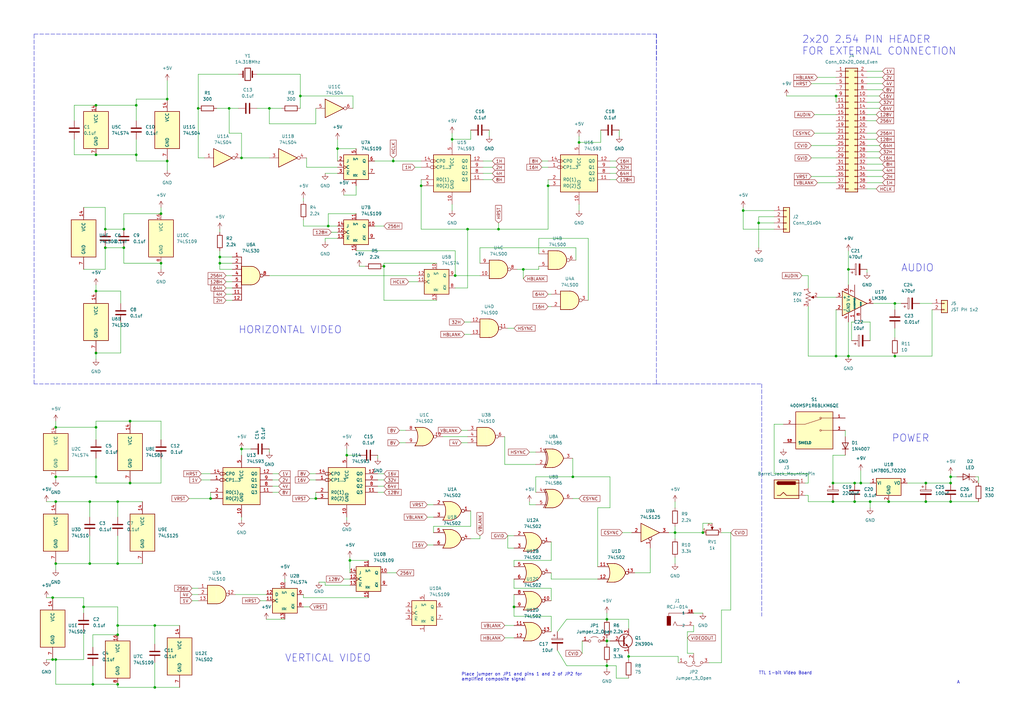
<source format=kicad_sch>
(kicad_sch (version 20211123) (generator eeschema)
  (paper "A3")
  (lib_symbols
    (symbol "300SP1J1BLKM6QE:300SP1J1BLKM6QE" (pin_names (offset 1.016))
      (property "Reference" "S" (at -7.62 6.35 0))
      (property "Value" "300SP1J1BLKM6QE" (at -7.62 -11.43 0))
      (symbol "300SP1J1BLKM6QE_0_0"
        (pin passive line (at 12.7 2.54 180) (length 5.08) (name "~") (number "1"))
        (pin passive line (at -12.7 0 0) (length 5.08) (name "~") (number "2"))
        (pin passive line (at 12.7 -2.54 180) (length 5.08) (name "~") (number "3"))
        (pin passive line (at -12.7 -7.62 0) (length 5.08) (name "SHIELD") (number "S1"))
        (pin passive line (at -12.7 -7.62 0) (length 5.08) (name "SHIELD") (number "S2"))
      )
    )
    (symbol "74xx:74LS00" (pin_names (offset 1.016))
      (property "Reference" "U" (at 0 1.27 0))
      (property "Value" "74LS00" (at 0 -1.27 0))
      (symbol "74LS00_1_1"
        (pin input line (at -7.62 2.54 0) (length 3.81) (name "~") (number "1"))
        (pin input line (at -7.62 -2.54 0) (length 3.81) (name "~") (number "2"))
        (pin output inverted (at 7.62 0 180) (length 3.81) (name "~") (number "3"))
      )
      (symbol "74LS00_1_2"
        (pin input inverted (at -7.62 2.54 0) (length 4.318) (name "~") (number "1"))
        (pin input inverted (at -7.62 -2.54 0) (length 4.318) (name "~") (number "2"))
        (pin output line (at 7.62 0 180) (length 3.81) (name "~") (number "3"))
      )
      (symbol "74LS00_2_1"
        (pin input line (at -7.62 2.54 0) (length 3.81) (name "~") (number "4"))
        (pin input line (at -7.62 -2.54 0) (length 3.81) (name "~") (number "5"))
        (pin output inverted (at 7.62 0 180) (length 3.81) (name "~") (number "6"))
      )
      (symbol "74LS00_2_2"
        (pin input inverted (at -7.62 2.54 0) (length 4.318) (name "~") (number "4"))
        (pin input inverted (at -7.62 -2.54 0) (length 4.318) (name "~") (number "5"))
        (pin output line (at 7.62 0 180) (length 3.81) (name "~") (number "6"))
      )
      (symbol "74LS00_3_1"
        (pin input line (at -7.62 -2.54 0) (length 3.81) (name "~") (number "10"))
        (pin output inverted (at 7.62 0 180) (length 3.81) (name "~") (number "8"))
        (pin input line (at -7.62 2.54 0) (length 3.81) (name "~") (number "9"))
      )
      (symbol "74LS00_3_2"
        (pin input inverted (at -7.62 -2.54 0) (length 4.318) (name "~") (number "10"))
        (pin output line (at 7.62 0 180) (length 3.81) (name "~") (number "8"))
        (pin input inverted (at -7.62 2.54 0) (length 4.318) (name "~") (number "9"))
      )
      (symbol "74LS00_4_1"
        (pin output inverted (at 7.62 0 180) (length 3.81) (name "~") (number "11"))
        (pin input line (at -7.62 2.54 0) (length 3.81) (name "~") (number "12"))
        (pin input line (at -7.62 -2.54 0) (length 3.81) (name "~") (number "13"))
      )
      (symbol "74LS00_4_2"
        (pin output line (at 7.62 0 180) (length 3.81) (name "~") (number "11"))
        (pin input inverted (at -7.62 2.54 0) (length 4.318) (name "~") (number "12"))
        (pin input inverted (at -7.62 -2.54 0) (length 4.318) (name "~") (number "13"))
      )
      (symbol "74LS00_5_0"
        (pin power_in line (at 0 12.7 270) (length 5.08) (name "VCC") (number "14"))
        (pin power_in line (at 0 -12.7 90) (length 5.08) (name "GND") (number "7"))
      )
    )
    (symbol "74xx:74LS02" (pin_names (offset 1.016))
      (property "Reference" "U" (at 0 1.27 0))
      (property "Value" "74LS02" (at 0 -1.27 0))
      (symbol "74LS02_1_1"
        (pin output inverted (at 7.62 0 180) (length 3.81) (name "~") (number "1"))
        (pin input line (at -7.62 2.54 0) (length 4.318) (name "~") (number "2"))
        (pin input line (at -7.62 -2.54 0) (length 4.318) (name "~") (number "3"))
      )
      (symbol "74LS02_1_2"
        (pin output line (at 7.62 0 180) (length 3.81) (name "~") (number "1"))
        (pin input inverted (at -7.62 2.54 0) (length 3.81) (name "~") (number "2"))
        (pin input inverted (at -7.62 -2.54 0) (length 3.81) (name "~") (number "3"))
      )
      (symbol "74LS02_2_1"
        (pin output inverted (at 7.62 0 180) (length 3.81) (name "~") (number "4"))
        (pin input line (at -7.62 2.54 0) (length 4.318) (name "~") (number "5"))
        (pin input line (at -7.62 -2.54 0) (length 4.318) (name "~") (number "6"))
      )
      (symbol "74LS02_2_2"
        (pin output line (at 7.62 0 180) (length 3.81) (name "~") (number "4"))
        (pin input inverted (at -7.62 2.54 0) (length 3.81) (name "~") (number "5"))
        (pin input inverted (at -7.62 -2.54 0) (length 3.81) (name "~") (number "6"))
      )
      (symbol "74LS02_3_1"
        (pin output inverted (at 7.62 0 180) (length 3.81) (name "~") (number "10"))
        (pin input line (at -7.62 2.54 0) (length 4.318) (name "~") (number "8"))
        (pin input line (at -7.62 -2.54 0) (length 4.318) (name "~") (number "9"))
      )
      (symbol "74LS02_3_2"
        (pin output line (at 7.62 0 180) (length 3.81) (name "~") (number "10"))
        (pin input inverted (at -7.62 2.54 0) (length 3.81) (name "~") (number "8"))
        (pin input inverted (at -7.62 -2.54 0) (length 3.81) (name "~") (number "9"))
      )
      (symbol "74LS02_4_1"
        (pin input line (at -7.62 2.54 0) (length 4.318) (name "~") (number "11"))
        (pin input line (at -7.62 -2.54 0) (length 4.318) (name "~") (number "12"))
        (pin output inverted (at 7.62 0 180) (length 3.81) (name "~") (number "13"))
      )
      (symbol "74LS02_4_2"
        (pin input inverted (at -7.62 2.54 0) (length 3.81) (name "~") (number "11"))
        (pin input inverted (at -7.62 -2.54 0) (length 3.81) (name "~") (number "12"))
        (pin output line (at 7.62 0 180) (length 3.81) (name "~") (number "13"))
      )
      (symbol "74LS02_5_0"
        (pin power_in line (at 0 12.7 270) (length 5.08) (name "VCC") (number "14"))
        (pin power_in line (at 0 -12.7 90) (length 5.08) (name "GND") (number "7"))
      )
    )
    (symbol "74xx:74LS04"
      (property "Reference" "U" (at 0 1.27 0))
      (property "Value" "74LS04" (at 0 -1.27 0))
      (symbol "74LS04_1_0"
        (pin input line (at -7.62 0 0) (length 3.81) (name "~") (number "1"))
        (pin output inverted (at 7.62 0 180) (length 3.81) (name "~") (number "2"))
      )
      (symbol "74LS04_2_0"
        (pin input line (at -7.62 0 0) (length 3.81) (name "~") (number "3"))
        (pin output inverted (at 7.62 0 180) (length 3.81) (name "~") (number "4"))
      )
      (symbol "74LS04_3_0"
        (pin input line (at -7.62 0 0) (length 3.81) (name "~") (number "5"))
        (pin output inverted (at 7.62 0 180) (length 3.81) (name "~") (number "6"))
      )
      (symbol "74LS04_4_0"
        (pin output inverted (at 7.62 0 180) (length 3.81) (name "~") (number "8"))
        (pin input line (at -7.62 0 0) (length 3.81) (name "~") (number "9"))
      )
      (symbol "74LS04_5_0"
        (pin output inverted (at 7.62 0 180) (length 3.81) (name "~") (number "10"))
        (pin input line (at -7.62 0 0) (length 3.81) (name "~") (number "11"))
      )
      (symbol "74LS04_6_0"
        (pin output inverted (at 7.62 0 180) (length 3.81) (name "~") (number "12"))
        (pin input line (at -7.62 0 0) (length 3.81) (name "~") (number "13"))
      )
      (symbol "74LS04_7_0"
        (pin power_in line (at 0 12.7 270) (length 5.08) (name "VCC") (number "14"))
        (pin power_in line (at 0 -12.7 90) (length 5.08) (name "GND") (number "7"))
      )
    )
    (symbol "74xx:74LS10" (pin_names (offset 1.016))
      (property "Reference" "U" (at 0 1.27 0))
      (property "Value" "74LS10" (at 0 -1.27 0))
      (symbol "74LS10_1_1"
        (pin input line (at -7.62 2.54 0) (length 3.81) (name "~") (number "1"))
        (pin output inverted (at 7.62 0 180) (length 3.81) (name "~") (number "12"))
        (pin input line (at -7.62 -2.54 0) (length 3.81) (name "~") (number "13"))
        (pin input line (at -7.62 0 0) (length 3.81) (name "~") (number "2"))
      )
      (symbol "74LS10_1_2"
        (pin input inverted (at -7.62 2.54 0) (length 4.318) (name "~") (number "1"))
        (pin output line (at 7.62 0 180) (length 3.81) (name "~") (number "12"))
        (pin input inverted (at -7.62 -2.54 0) (length 4.318) (name "~") (number "13"))
        (pin input inverted (at -7.62 0 0) (length 4.953) (name "~") (number "2"))
      )
      (symbol "74LS10_2_1"
        (pin input line (at -7.62 2.54 0) (length 3.81) (name "~") (number "3"))
        (pin input line (at -7.62 0 0) (length 3.81) (name "~") (number "4"))
        (pin input line (at -7.62 -2.54 0) (length 3.81) (name "~") (number "5"))
        (pin output inverted (at 7.62 0 180) (length 3.81) (name "~") (number "6"))
      )
      (symbol "74LS10_2_2"
        (pin input inverted (at -7.62 2.54 0) (length 4.318) (name "~") (number "3"))
        (pin input inverted (at -7.62 0 0) (length 4.953) (name "~") (number "4"))
        (pin input inverted (at -7.62 -2.54 0) (length 4.318) (name "~") (number "5"))
        (pin output line (at 7.62 0 180) (length 3.81) (name "~") (number "6"))
      )
      (symbol "74LS10_3_1"
        (pin input line (at -7.62 0 0) (length 3.81) (name "~") (number "10"))
        (pin input line (at -7.62 -2.54 0) (length 3.81) (name "~") (number "11"))
        (pin output inverted (at 7.62 0 180) (length 3.81) (name "~") (number "8"))
        (pin input line (at -7.62 2.54 0) (length 3.81) (name "~") (number "9"))
      )
      (symbol "74LS10_3_2"
        (pin input inverted (at -7.62 0 0) (length 4.953) (name "~") (number "10"))
        (pin input inverted (at -7.62 -2.54 0) (length 4.318) (name "~") (number "11"))
        (pin output line (at 7.62 0 180) (length 3.81) (name "~") (number "8"))
        (pin input inverted (at -7.62 2.54 0) (length 4.318) (name "~") (number "9"))
      )
      (symbol "74LS10_4_0"
        (pin power_in line (at 0 12.7 270) (length 5.08) (name "VCC") (number "14"))
        (pin power_in line (at 0 -12.7 90) (length 5.08) (name "GND") (number "7"))
      )
    )
    (symbol "74xx:74LS109" (pin_names (offset 1.016))
      (property "Reference" "U" (at -7.62 8.89 0))
      (property "Value" "74LS109" (at -7.62 -8.89 0))
      (symbol "74LS109_1_0"
        (pin input line (at 0 -7.62 90) (length 2.54) (name "~{R}") (number "1"))
        (pin input line (at -7.62 2.54 0) (length 2.54) (name "J") (number "2"))
        (pin input line (at -7.62 -2.54 0) (length 2.54) (name "~{K}") (number "3"))
        (pin input clock (at -7.62 0 0) (length 2.54) (name "C") (number "4"))
        (pin input line (at 0 7.62 270) (length 2.54) (name "~{S}") (number "5"))
        (pin output line (at 7.62 2.54 180) (length 2.54) (name "Q") (number "6"))
        (pin output line (at 7.62 -2.54 180) (length 2.54) (name "~{Q}") (number "7"))
      )
      (symbol "74LS109_2_0"
        (pin output line (at 7.62 2.54 180) (length 2.54) (name "Q") (number "10"))
        (pin input line (at 0 7.62 270) (length 2.54) (name "~{S}") (number "11"))
        (pin input clock (at -7.62 0 0) (length 2.54) (name "C") (number "12"))
        (pin input line (at -7.62 -2.54 0) (length 2.54) (name "~{K}") (number "13"))
        (pin input line (at -7.62 2.54 0) (length 2.54) (name "J") (number "14"))
        (pin input line (at 0 -7.62 90) (length 2.54) (name "~{R}") (number "15"))
        (pin output line (at 7.62 -2.54 180) (length 2.54) (name "~{Q}") (number "9"))
      )
      (symbol "74LS109_3_0"
        (pin power_in line (at 0 10.16 270) (length 2.54) (name "VCC") (number "16"))
        (pin power_in line (at 0 -10.16 90) (length 2.54) (name "GND") (number "8"))
      )
    )
    (symbol "74xx:74LS125" (pin_names (offset 1.016))
      (property "Reference" "U" (at 0 1.27 0))
      (property "Value" "74LS125" (at 0 -1.27 0))
      (symbol "74LS125_1_0"
        (pin input inverted (at 0 -6.35 90) (length 4.445) (name "~") (number "1"))
        (pin input line (at -7.62 0 0) (length 3.81) (name "~") (number "2"))
        (pin tri_state line (at 7.62 0 180) (length 3.81) (name "~") (number "3"))
      )
      (symbol "74LS125_2_0"
        (pin input inverted (at 0 -6.35 90) (length 4.445) (name "~") (number "4"))
        (pin input line (at -7.62 0 0) (length 3.81) (name "~") (number "5"))
        (pin tri_state line (at 7.62 0 180) (length 3.81) (name "~") (number "6"))
      )
      (symbol "74LS125_3_0"
        (pin input inverted (at 0 -6.35 90) (length 4.445) (name "~") (number "10"))
        (pin tri_state line (at 7.62 0 180) (length 3.81) (name "~") (number "8"))
        (pin input line (at -7.62 0 0) (length 3.81) (name "~") (number "9"))
      )
      (symbol "74LS125_4_0"
        (pin tri_state line (at 7.62 0 180) (length 3.81) (name "~") (number "11"))
        (pin input line (at -7.62 0 0) (length 3.81) (name "~") (number "12"))
        (pin input inverted (at 0 -6.35 90) (length 4.445) (name "~") (number "13"))
      )
      (symbol "74LS125_5_0"
        (pin power_in line (at 0 12.7 270) (length 5.08) (name "VCC") (number "14"))
        (pin power_in line (at 0 -12.7 90) (length 5.08) (name "GND") (number "7"))
      )
    )
    (symbol "74xx:74LS30" (pin_names (offset 1.016))
      (property "Reference" "U" (at 0 1.27 0))
      (property "Value" "74LS30" (at 0 -1.27 0))
      (symbol "74LS30_1_1"
        (pin input line (at -7.62 7.62 0) (length 3.81) (name "~") (number "1"))
        (pin input line (at -7.62 -7.62 0) (length 3.81) (name "~") (number "11"))
        (pin input line (at -7.62 -10.16 0) (length 3.81) (name "~") (number "12"))
        (pin input line (at -7.62 5.08 0) (length 3.81) (name "~") (number "2"))
        (pin input line (at -7.62 2.54 0) (length 3.81) (name "~") (number "3"))
        (pin input line (at -7.62 0 0) (length 3.81) (name "~") (number "4"))
        (pin input line (at -7.62 -2.54 0) (length 3.81) (name "~") (number "5"))
        (pin input line (at -7.62 -5.08 0) (length 3.81) (name "~") (number "6"))
        (pin output inverted (at 7.62 0 180) (length 3.81) (name "~") (number "8"))
      )
      (symbol "74LS30_1_2"
        (pin input inverted (at -7.62 7.62 0) (length 3.81) (name "~") (number "1"))
        (pin input inverted (at -7.62 -7.62 0) (length 3.81) (name "~") (number "11"))
        (pin input inverted (at -7.62 -10.16 0) (length 3.81) (name "~") (number "12"))
        (pin input inverted (at -7.62 5.08 0) (length 3.81) (name "~") (number "2"))
        (pin input inverted (at -7.62 2.54 0) (length 4.5466) (name "~") (number "3"))
        (pin input inverted (at -7.62 0 0) (length 5.08) (name "~") (number "4"))
        (pin input inverted (at -7.62 -2.54 0) (length 4.5466) (name "~") (number "5"))
        (pin input inverted (at -7.62 -5.08 0) (length 3.81) (name "~") (number "6"))
        (pin output line (at 7.62 0 180) (length 3.81) (name "~") (number "8"))
      )
      (symbol "74LS30_2_0"
        (pin power_in line (at 0 12.7 270) (length 5.08) (name "VCC") (number "14"))
        (pin power_in line (at 0 -12.7 90) (length 5.08) (name "GND") (number "7"))
      )
    )
    (symbol "74xx:74LS74" (pin_names (offset 1.016))
      (property "Reference" "U" (at -7.62 8.89 0))
      (property "Value" "74LS74" (at -7.62 -8.89 0))
      (symbol "74LS74_1_0"
        (pin input line (at 0 -7.62 90) (length 2.54) (name "~{R}") (number "1"))
        (pin input line (at -7.62 2.54 0) (length 2.54) (name "D") (number "2"))
        (pin input clock (at -7.62 0 0) (length 2.54) (name "C") (number "3"))
        (pin input line (at 0 7.62 270) (length 2.54) (name "~{S}") (number "4"))
        (pin output line (at 7.62 2.54 180) (length 2.54) (name "Q") (number "5"))
        (pin output line (at 7.62 -2.54 180) (length 2.54) (name "~{Q}") (number "6"))
      )
      (symbol "74LS74_2_0"
        (pin input line (at 0 7.62 270) (length 2.54) (name "~{S}") (number "10"))
        (pin input clock (at -7.62 0 0) (length 2.54) (name "C") (number "11"))
        (pin input line (at -7.62 2.54 0) (length 2.54) (name "D") (number "12"))
        (pin input line (at 0 -7.62 90) (length 2.54) (name "~{R}") (number "13"))
        (pin output line (at 7.62 -2.54 180) (length 2.54) (name "~{Q}") (number "8"))
        (pin output line (at 7.62 2.54 180) (length 2.54) (name "Q") (number "9"))
      )
      (symbol "74LS74_3_0"
        (pin power_in line (at 0 10.16 270) (length 2.54) (name "VCC") (number "14"))
        (pin power_in line (at 0 -10.16 90) (length 2.54) (name "GND") (number "7"))
      )
    )
    (symbol "74xx:74LS86" (pin_names (offset 1.016))
      (property "Reference" "U" (at 0 1.27 0))
      (property "Value" "74LS86" (at 0 -1.27 0))
      (symbol "74LS86_1_0"
        (pin input line (at -7.62 2.54 0) (length 4.445) (name "~") (number "1"))
        (pin input line (at -7.62 -2.54 0) (length 4.445) (name "~") (number "2"))
        (pin output line (at 7.62 0 180) (length 3.81) (name "~") (number "3"))
      )
      (symbol "74LS86_2_0"
        (pin input line (at -7.62 2.54 0) (length 4.445) (name "~") (number "4"))
        (pin input line (at -7.62 -2.54 0) (length 4.445) (name "~") (number "5"))
        (pin output line (at 7.62 0 180) (length 3.81) (name "~") (number "6"))
      )
      (symbol "74LS86_3_0"
        (pin input line (at -7.62 -2.54 0) (length 4.445) (name "~") (number "10"))
        (pin output line (at 7.62 0 180) (length 3.81) (name "~") (number "8"))
        (pin input line (at -7.62 2.54 0) (length 4.445) (name "~") (number "9"))
      )
      (symbol "74LS86_4_0"
        (pin output line (at 7.62 0 180) (length 3.81) (name "~") (number "11"))
        (pin input line (at -7.62 2.54 0) (length 4.445) (name "~") (number "12"))
        (pin input line (at -7.62 -2.54 0) (length 4.445) (name "~") (number "13"))
      )
      (symbol "74LS86_5_0"
        (pin power_in line (at 0 12.7 270) (length 5.08) (name "VCC") (number "14"))
        (pin power_in line (at 0 -12.7 90) (length 5.08) (name "GND") (number "7"))
      )
    )
    (symbol "74xx:74LS93" (pin_names (offset 1.016))
      (property "Reference" "U" (at -7.62 8.89 0))
      (property "Value" "74LS93" (at -7.62 -8.89 0))
      (symbol "74LS93_1_0"
        (pin input inverted_clock (at -12.7 2.54 0) (length 5.08) (name "CP1..3") (number "1"))
        (pin power_in line (at 0 -12.7 90) (length 5.08) (name "GND") (number "10"))
        (pin output line (at 12.7 -2.54 180) (length 5.08) (name "Q3") (number "11"))
        (pin output line (at 12.7 5.08 180) (length 5.08) (name "Q0") (number "12"))
        (pin input inverted_clock (at -12.7 5.08 0) (length 5.08) (name "CP0") (number "14"))
        (pin input line (at -12.7 -2.54 0) (length 5.08) (name "R0(1)") (number "2"))
        (pin input line (at -12.7 -5.08 0) (length 5.08) (name "R0(2)") (number "3"))
        (pin power_in line (at 0 12.7 270) (length 5.08) (name "VCC") (number "5"))
        (pin output line (at 12.7 0 180) (length 5.08) (name "Q2") (number "8"))
        (pin output line (at 12.7 2.54 180) (length 5.08) (name "Q1") (number "9"))
      )
    )
    (symbol "Amplifier_Audio:LM386" (pin_names (offset 0.127))
      (property "Reference" "U" (at 1.27 7.62 0))
      (property "Value" "LM386" (at 1.27 5.08 0))
      (symbol "LM386_1_1"
        (pin input line (at 0 -7.62 90) (length 5.08) (name "GAIN") (number "1"))
        (pin input line (at -7.62 -2.54 0) (length 2.54) (name "-") (number "2"))
        (pin input line (at -7.62 2.54 0) (length 2.54) (name "+") (number "3"))
        (pin power_in line (at -2.54 -7.62 90) (length 3.81) (name "GND") (number "4"))
        (pin output line (at 7.62 0 180) (length 2.54) (name "~") (number "5"))
        (pin power_in line (at -2.54 7.62 270) (length 3.81) (name "V+") (number "6"))
        (pin input line (at 0 7.62 270) (length 5.08) (name "BYPASS") (number "7"))
        (pin input line (at 2.54 -7.62 90) (length 6.35) (name "GAIN") (number "8"))
      )
    )
    (symbol "Connector:Barrel_Jack" (pin_names (offset 1.016))
      (property "Reference" "J" (at 0 5.334 0))
      (property "Value" "Barrel_Jack" (at 0 -5.08 0))
      (symbol "Barrel_Jack_1_1"
        (pin passive line (at 7.62 2.54 180) (length 2.54) (name "~") (number "1"))
        (pin passive line (at 7.62 -2.54 180) (length 2.54) (name "~") (number "2"))
      )
    )
    (symbol "Connector_Generic:Conn_01x02" (pin_names (offset 1.016) hide)
      (property "Reference" "J" (at 0 2.54 0))
      (property "Value" "Conn_01x02" (at 0 -5.08 0))
      (symbol "Conn_01x02_1_1"
        (pin passive line (at -5.08 0 0) (length 3.81) (name "Pin_1") (number "1"))
        (pin passive line (at -5.08 -2.54 0) (length 3.81) (name "Pin_2") (number "2"))
      )
    )
    (symbol "Connector_Generic:Conn_01x04" (pin_names (offset 1.016) hide)
      (property "Reference" "J" (at 0 5.08 0))
      (property "Value" "Conn_01x04" (at 0 -7.62 0))
      (symbol "Conn_01x04_1_1"
        (pin passive line (at -5.08 2.54 0) (length 3.81) (name "Pin_1") (number "1"))
        (pin passive line (at -5.08 0 0) (length 3.81) (name "Pin_2") (number "2"))
        (pin passive line (at -5.08 -2.54 0) (length 3.81) (name "Pin_3") (number "3"))
        (pin passive line (at -5.08 -5.08 0) (length 3.81) (name "Pin_4") (number "4"))
      )
    )
    (symbol "Connector_Generic:Conn_02x20_Odd_Even" (pin_names (offset 1.016) hide)
      (property "Reference" "J" (at 1.27 25.4 0))
      (property "Value" "Conn_02x20_Odd_Even" (at 1.27 -27.94 0))
      (symbol "Conn_02x20_Odd_Even_1_1"
        (pin passive line (at -5.08 22.86 0) (length 3.81) (name "Pin_1") (number "1"))
        (pin passive line (at 7.62 12.7 180) (length 3.81) (name "Pin_10") (number "10"))
        (pin passive line (at -5.08 10.16 0) (length 3.81) (name "Pin_11") (number "11"))
        (pin passive line (at 7.62 10.16 180) (length 3.81) (name "Pin_12") (number "12"))
        (pin passive line (at -5.08 7.62 0) (length 3.81) (name "Pin_13") (number "13"))
        (pin passive line (at 7.62 7.62 180) (length 3.81) (name "Pin_14") (number "14"))
        (pin passive line (at -5.08 5.08 0) (length 3.81) (name "Pin_15") (number "15"))
        (pin passive line (at 7.62 5.08 180) (length 3.81) (name "Pin_16") (number "16"))
        (pin passive line (at -5.08 2.54 0) (length 3.81) (name "Pin_17") (number "17"))
        (pin passive line (at 7.62 2.54 180) (length 3.81) (name "Pin_18") (number "18"))
        (pin passive line (at -5.08 0 0) (length 3.81) (name "Pin_19") (number "19"))
        (pin passive line (at 7.62 22.86 180) (length 3.81) (name "Pin_2") (number "2"))
        (pin passive line (at 7.62 0 180) (length 3.81) (name "Pin_20") (number "20"))
        (pin passive line (at -5.08 -2.54 0) (length 3.81) (name "Pin_21") (number "21"))
        (pin passive line (at 7.62 -2.54 180) (length 3.81) (name "Pin_22") (number "22"))
        (pin passive line (at -5.08 -5.08 0) (length 3.81) (name "Pin_23") (number "23"))
        (pin passive line (at 7.62 -5.08 180) (length 3.81) (name "Pin_24") (number "24"))
        (pin passive line (at -5.08 -7.62 0) (length 3.81) (name "Pin_25") (number "25"))
        (pin passive line (at 7.62 -7.62 180) (length 3.81) (name "Pin_26") (number "26"))
        (pin passive line (at -5.08 -10.16 0) (length 3.81) (name "Pin_27") (number "27"))
        (pin passive line (at 7.62 -10.16 180) (length 3.81) (name "Pin_28") (number "28"))
        (pin passive line (at -5.08 -12.7 0) (length 3.81) (name "Pin_29") (number "29"))
        (pin passive line (at -5.08 20.32 0) (length 3.81) (name "Pin_3") (number "3"))
        (pin passive line (at 7.62 -12.7 180) (length 3.81) (name "Pin_30") (number "30"))
        (pin passive line (at -5.08 -15.24 0) (length 3.81) (name "Pin_31") (number "31"))
        (pin passive line (at 7.62 -15.24 180) (length 3.81) (name "Pin_32") (number "32"))
        (pin passive line (at -5.08 -17.78 0) (length 3.81) (name "Pin_33") (number "33"))
        (pin passive line (at 7.62 -17.78 180) (length 3.81) (name "Pin_34") (number "34"))
        (pin passive line (at -5.08 -20.32 0) (length 3.81) (name "Pin_35") (number "35"))
        (pin passive line (at 7.62 -20.32 180) (length 3.81) (name "Pin_36") (number "36"))
        (pin passive line (at -5.08 -22.86 0) (length 3.81) (name "Pin_37") (number "37"))
        (pin passive line (at 7.62 -22.86 180) (length 3.81) (name "Pin_38") (number "38"))
        (pin passive line (at -5.08 -25.4 0) (length 3.81) (name "Pin_39") (number "39"))
        (pin passive line (at 7.62 20.32 180) (length 3.81) (name "Pin_4") (number "4"))
        (pin passive line (at 7.62 -25.4 180) (length 3.81) (name "Pin_40") (number "40"))
        (pin passive line (at -5.08 17.78 0) (length 3.81) (name "Pin_5") (number "5"))
        (pin passive line (at 7.62 17.78 180) (length 3.81) (name "Pin_6") (number "6"))
        (pin passive line (at -5.08 15.24 0) (length 3.81) (name "Pin_7") (number "7"))
        (pin passive line (at 7.62 15.24 180) (length 3.81) (name "Pin_8") (number "8"))
        (pin passive line (at -5.08 12.7 0) (length 3.81) (name "Pin_9") (number "9"))
      )
    )
    (symbol "Device:C" (pin_numbers hide) (pin_names (offset 0.254))
      (property "Reference" "C" (at 0.635 2.54 0))
      (property "Value" "C" (at 0.635 -2.54 0))
      (symbol "C_1_1"
        (pin passive line (at 0 3.81 270) (length 2.794) (name "~") (number "1"))
        (pin passive line (at 0 -3.81 90) (length 2.794) (name "~") (number "2"))
      )
    )
    (symbol "Device:C_Polarized" (pin_numbers hide) (pin_names (offset 0.254))
      (property "Reference" "C" (at 0.635 2.54 0))
      (property "Value" "C_Polarized" (at 0.635 -2.54 0))
      (symbol "C_Polarized_1_1"
        (pin passive line (at 0 3.81 270) (length 2.794) (name "~") (number "1"))
        (pin passive line (at 0 -3.81 90) (length 2.794) (name "~") (number "2"))
      )
    )
    (symbol "Device:Crystal" (pin_numbers hide) (pin_names (offset 1.016) hide)
      (property "Reference" "Y" (at 0 3.81 0))
      (property "Value" "Crystal" (at 0 -3.81 0))
      (symbol "Crystal_1_1"
        (pin passive line (at -3.81 0 0) (length 1.27) (name "1") (number "1"))
        (pin passive line (at 3.81 0 180) (length 1.27) (name "2") (number "2"))
      )
    )
    (symbol "Device:LED" (pin_numbers hide) (pin_names (offset 1.016) hide)
      (property "Reference" "D" (at 0 2.54 0))
      (property "Value" "LED" (at 0 -2.54 0))
      (symbol "LED_1_1"
        (pin passive line (at -3.81 0 0) (length 2.54) (name "K") (number "1"))
        (pin passive line (at 3.81 0 180) (length 2.54) (name "A") (number "2"))
      )
    )
    (symbol "Device:R" (pin_numbers hide) (pin_names (offset 0))
      (property "Reference" "R" (at 2.032 0 90))
      (property "Value" "R" (at 0 0 90))
      (symbol "R_1_1"
        (pin passive line (at 0 3.81 270) (length 1.27) (name "~") (number "1"))
        (pin passive line (at 0 -3.81 90) (length 1.27) (name "~") (number "2"))
      )
    )
    (symbol "Device:R_Potentiometer" (pin_names (offset 1.016) hide)
      (property "Reference" "RV" (at -4.445 0 90))
      (property "Value" "R_Potentiometer" (at -2.54 0 90))
      (symbol "R_Potentiometer_1_1"
        (pin passive line (at 0 3.81 270) (length 1.27) (name "1") (number "1"))
        (pin passive line (at 3.81 0 180) (length 1.27) (name "2") (number "2"))
        (pin passive line (at 0 -3.81 90) (length 1.27) (name "3") (number "3"))
      )
    )
    (symbol "Device:R_Potentiometer_US" (pin_names (offset 1.016) hide)
      (property "Reference" "RV" (at -4.445 0 90))
      (property "Value" "R_Potentiometer_US" (at -2.54 0 90))
      (symbol "R_Potentiometer_US_1_1"
        (pin passive line (at 0 3.81 270) (length 1.27) (name "1") (number "1"))
        (pin passive line (at 3.81 0 180) (length 1.27) (name "2") (number "2"))
        (pin passive line (at 0 -3.81 90) (length 1.27) (name "3") (number "3"))
      )
    )
    (symbol "Diode:1N4007" (pin_numbers hide) (pin_names (offset 1.016) hide)
      (property "Reference" "D" (at 0 2.54 0))
      (property "Value" "1N4007" (at 0 -2.54 0))
      (symbol "1N4007_1_1"
        (pin passive line (at -3.81 0 0) (length 2.54) (name "K") (number "1"))
        (pin passive line (at 3.81 0 180) (length 2.54) (name "A") (number "2"))
      )
    )
    (symbol "Jumper:Jumper_2_Open" (pin_names (offset 0) hide)
      (property "Reference" "JP" (at 0 2.794 0))
      (property "Value" "Jumper_2_Open" (at 0 -2.286 0))
      (symbol "Jumper_2_Open_1_1"
        (pin passive line (at -5.08 0 0) (length 2.54) (name "A") (number "1"))
        (pin passive line (at 5.08 0 180) (length 2.54) (name "B") (number "2"))
      )
    )
    (symbol "Jumper:Jumper_3_Open" (pin_names (offset 0) hide)
      (property "Reference" "JP" (at -2.54 -2.54 0))
      (property "Value" "Jumper_3_Open" (at 0 2.794 0))
      (symbol "Jumper_3_Open_1_1"
        (pin passive line (at -6.35 0 0) (length 2.54) (name "A") (number "1"))
        (pin passive line (at 0 -3.81 90) (length 2.54) (name "C") (number "2"))
        (pin passive line (at 6.35 0 180) (length 2.54) (name "B") (number "3"))
      )
    )
    (symbol "RCJ-014:RCJ-014" (pin_names (offset 1.016))
      (property "Reference" "J" (at -2.54 3.81 0))
      (property "Value" "RCJ-014" (at -2.54 -6.35 0))
      (symbol "RCJ-014_0_0"
        (pin passive line (at 7.62 2.54 180) (length 2.54) (name "1") (number "1A"))
        (pin passive line (at 7.62 2.54 180) (length 2.54) (name "1") (number "1B"))
        (pin passive line (at 7.62 2.54 180) (length 2.54) (name "1") (number "1C"))
        (pin passive line (at 7.62 -2.54 180) (length 2.54) (name "2") (number "2"))
      )
    )
    (symbol "Regulator_Linear:LM7805_TO220" (pin_names (offset 0.254))
      (property "Reference" "U" (at -3.81 3.175 0))
      (property "Value" "LM7805_TO220" (at 0 3.175 0))
      (symbol "LM7805_TO220_1_1"
        (pin power_in line (at -7.62 0 0) (length 2.54) (name "VI") (number "1"))
        (pin power_in line (at 0 -7.62 90) (length 2.54) (name "GND") (number "2"))
        (pin power_out line (at 7.62 0 180) (length 2.54) (name "VO") (number "3"))
      )
    )
    (symbol "Transistor_BJT:2N3904" (pin_names (offset 0) hide)
      (property "Reference" "Q" (at 5.08 1.905 0))
      (property "Value" "2N3904" (at 5.08 0 0))
      (symbol "2N3904_1_1"
        (pin passive line (at 2.54 -5.08 90) (length 2.54) (name "E") (number "1"))
        (pin passive line (at -5.08 0 0) (length 5.715) (name "B") (number "2"))
        (pin passive line (at 2.54 5.08 270) (length 2.54) (name "C") (number "3"))
      )
    )
    (symbol "power:+5V" (power) (pin_names (offset 0))
      (property "Value" "+5V" (at 0 3.556 0))
      (symbol "+5V_1_1"
        (pin power_in line (at 0 0 90) (length 0) hide (name "+5V") (number "1"))
      )
    )
    (symbol "power:+9V" (power) (pin_names (offset 0))
      (property "Value" "+9V" (at 0 3.556 0))
      (symbol "+9V_1_1"
        (pin power_in line (at 0 0 90) (length 0) hide (name "+9V") (number "1"))
      )
    )
    (symbol "power:GND" (power) (pin_names (offset 0))
      (property "Value" "GND" (at 0 -3.81 0))
      (symbol "GND_1_1"
        (pin power_in line (at 0 0 270) (length 0) hide (name "GND") (number "1"))
      )
    )
  )
  (junction (at 43.18 93.98))
  (junction (at 36.83 205.74))
  (junction (at 347.98 146.05))
  (junction (at 342.9 39.37))
  (junction (at 186.69 113.03))
  (junction (at 50.8 101.6))
  (junction (at 224.79 76.2))
  (junction (at 356.87 205.74))
  (junction (at 123.19 39.37))
  (junction (at 66.04 87.63))
  (junction (at 90.17 107.95))
  (junction (at 21.59 270.51))
  (junction (at 53.34 198.12))
  (junction (at 210.82 248.92))
  (junction (at 21.59 245.11))
  (junction (at 48.26 280.67))
  (junction (at 353.06 198.12))
  (junction (at 367.03 124.46))
  (junction (at 379.73 198.12))
  (junction (at 248.92 254))
  (junction (at 38.1 280.67))
  (junction (at 248.92 273.05))
  (junction (at 172.72 76.2))
  (junction (at 22.86 270.51))
  (junction (at 66.04 107.95))
  (junction (at 138.43 60.96))
  (junction (at 39.37 175.26))
  (junction (at 350.52 205.74))
  (junction (at 63.5 256.54))
  (junction (at 48.26 260.35))
  (junction (at 161.29 66.04))
  (junction (at 48.26 205.74))
  (junction (at 311.15 91.44))
  (junction (at 22.86 195.58))
  (junction (at 389.89 195.58))
  (junction (at 342.9 146.05))
  (junction (at 36.83 231.14))
  (junction (at 142.24 186.69))
  (junction (at 68.58 66.04))
  (junction (at 22.86 175.26))
  (junction (at 39.37 195.58))
  (junction (at 55.88 43.18))
  (junction (at 39.37 43.18))
  (junction (at 257.81 269.24))
  (junction (at 143.51 229.87))
  (junction (at 389.89 198.12))
  (junction (at 237.49 58.42))
  (junction (at 99.06 184.15))
  (junction (at 234.95 195.58))
  (junction (at 347.98 110.49))
  (junction (at 39.37 119.38))
  (junction (at 50.8 93.98))
  (junction (at 204.47 93.98))
  (junction (at 379.73 205.74))
  (junction (at 185.42 57.15))
  (junction (at 364.49 205.74))
  (junction (at 90.17 105.41))
  (junction (at 191.77 93.98))
  (junction (at 304.8 86.36))
  (junction (at 22.86 205.74))
  (junction (at 86.36 204.47))
  (junction (at 99.06 64.77))
  (junction (at 22.86 231.14))
  (junction (at 129.54 204.47))
  (junction (at 248.92 262.89))
  (junction (at 157.48 109.22))
  (junction (at 367.03 146.05))
  (junction (at 81.28 44.45))
  (junction (at 341.63 198.12))
  (junction (at 43.18 101.6))
  (junction (at 276.86 218.44))
  (junction (at 93.98 44.45))
  (junction (at 48.26 256.54))
  (junction (at 48.26 231.14))
  (junction (at 389.89 205.74))
  (junction (at 63.5 281.94))
  (junction (at 134.62 92.71))
  (junction (at 39.37 144.78))
  (junction (at 110.49 44.45))
  (junction (at 288.29 218.44))
  (junction (at 34.29 248.92))
  (junction (at 341.63 205.74))
  (junction (at 350.52 198.12))
  (junction (at 53.34 172.72))
  (junction (at 214.63 110.49))
  (junction (at 39.37 63.5))
  (junction (at 55.88 63.5))
  (junction (at 68.58 40.64))
  (wire (pts (xy 250.19 66.04) (xy 252.73 66.04)))
  (wire (pts (xy 317.5 86.36) (xy 304.8 86.36)))
  (wire (pts (xy 196.85 220.98) (xy 193.04 220.98)))
  (wire (pts (xy 276.86 218.44) (xy 276.86 220.98)))
  (wire (pts (xy 129.54 201.93) (xy 129.54 204.47)))
  (wire (pts (xy 154.94 186.69) (xy 154.94 187.96)))
  (wire (pts (xy 39.37 43.18) (xy 55.88 43.18)))
  (wire (pts (xy 123.19 30.48) (xy 123.19 39.37)))
  (wire (pts (xy 334.01 54.61) (xy 342.9 54.61)))
  (wire (pts (xy 30.48 43.18) (xy 30.48 49.53)))
  (wire (pts (xy 151.13 229.87) (xy 143.51 229.87)))
  (wire (pts (xy 111.76 196.85) (xy 114.3 196.85)))
  (wire (pts (xy 295.91 250.19) (xy 295.91 271.78)))
  (wire (pts (xy 43.18 85.09) (xy 43.18 93.98)))
  (wire (pts (xy 200.66 53.34) (xy 200.66 55.88)))
  (wire (pts (xy 140.97 237.49) (xy 143.51 237.49)))
  (wire (pts (xy 204.47 93.98) (xy 224.79 93.98)))
  (wire (pts (xy 22.86 270.51) (xy 21.59 270.51)))
  (wire (pts (xy 105.41 44.45) (xy 110.49 44.45)))
  (wire (pts (xy 334.01 46.99) (xy 342.9 46.99)))
  (wire (pts (xy 138.43 92.71) (xy 134.62 92.71)))
  (wire (pts (xy 109.22 254) (xy 116.84 254)))
  (wire (pts (xy 248.92 271.78) (xy 248.92 273.05)))
  (wire (pts (xy 163.83 181.61) (xy 166.37 181.61)))
  (wire (pts (xy 146.05 60.96) (xy 138.43 60.96)))
  (wire (pts (xy 186.69 118.11) (xy 191.77 118.11)))
  (wire (pts (xy 49.53 119.38) (xy 49.53 124.46)))
  (wire (pts (xy 281.94 259.08) (xy 284.48 259.08)))
  (wire (pts (xy 97.79 30.48) (xy 81.28 30.48)))
  (wire (pts (xy 295.91 271.78) (xy 290.83 271.78)))
  (wire (pts (xy 151.13 245.11) (xy 124.46 245.11)))
  (wire (pts (xy 355.6 77.47) (xy 359.41 77.47)))
  (wire (pts (xy 252.73 278.13) (xy 252.73 273.05)))
  (wire (pts (xy 356.87 205.74) (xy 364.49 205.74)))
  (wire (pts (xy 236.22 106.68) (xy 236.22 101.6)))
  (wire (pts (xy 232.41 254) (xy 248.92 254)))
  (wire (pts (xy 222.25 68.58) (xy 224.79 68.58)))
  (wire (pts (xy 342.9 39.37) (xy 342.9 41.91)))
  (wire (pts (xy 295.91 218.44) (xy 299.72 218.44)))
  (wire (pts (xy 331.47 194.31) (xy 331.47 198.12)))
  (wire (pts (xy 142.24 186.69) (xy 147.32 186.69)))
  (wire (pts (xy 347.98 146.05) (xy 367.03 146.05)))
  (wire (pts (xy 66.04 85.09) (xy 66.04 87.63)))
  (wire (pts (xy 90.17 105.41) (xy 95.25 105.41)))
  (wire (pts (xy 55.88 40.64) (xy 68.58 40.64)))
  (wire (pts (xy 196.85 219.71) (xy 196.85 220.98)))
  (wire (pts (xy 92.71 120.65) (xy 95.25 120.65)))
  (wire (pts (xy 284.48 259.08) (xy 284.48 256.54)))
  (wire (pts (xy 226.06 241.3) (xy 226.06 246.38)))
  (wire (pts (xy 175.26 212.09) (xy 177.8 212.09)))
  (wire (pts (xy 276.86 205.74) (xy 276.86 208.28)))
  (wire (pts (xy 204.47 91.44) (xy 204.47 93.98)))
  (wire (pts (xy 143.51 229.87) (xy 143.51 228.6)))
  (polyline (pts (xy 269.24 13.97) (xy 269.24 157.48)))
  (wire (pts (xy 330.2 198.12) (xy 331.47 198.12)))
  (wire (pts (xy 22.86 195.58) (xy 22.86 196.85)))
  (wire (pts (xy 350.52 198.12) (xy 353.06 198.12)))
  (wire (pts (xy 19.05 270.51) (xy 21.59 270.51)))
  (wire (pts (xy 39.37 198.12) (xy 39.37 195.58)))
  (wire (pts (xy 161.29 66.04) (xy 172.72 66.04)))
  (wire (pts (xy 48.26 281.94) (xy 48.26 280.67)))
  (wire (pts (xy 241.3 123.19) (xy 241.3 97.79)))
  (wire (pts (xy 43.18 110.49) (xy 34.29 110.49)))
  (wire (pts (xy 299.72 218.44) (xy 299.72 250.19)))
  (wire (pts (xy 217.17 185.42) (xy 219.71 185.42)))
  (wire (pts (xy 288.29 214.63) (xy 288.29 218.44)))
  (wire (pts (xy 342.9 146.05) (xy 347.98 146.05)))
  (wire (pts (xy 34.29 85.09) (xy 43.18 85.09)))
  (wire (pts (xy 133.35 240.03) (xy 133.35 238.76)))
  (wire (pts (xy 347.98 102.87) (xy 347.98 110.49)))
  (wire (pts (xy 66.04 187.96) (xy 66.04 198.12)))
  (wire (pts (xy 330.2 203.2) (xy 331.47 203.2)))
  (wire (pts (xy 212.09 110.49) (xy 214.63 110.49)))
  (wire (pts (xy 353.06 132.08) (xy 356.87 132.08)))
  (wire (pts (xy 377.19 124.46) (xy 382.27 124.46)))
  (wire (pts (xy 252.73 273.05) (xy 248.92 273.05)))
  (wire (pts (xy 50.8 87.63) (xy 50.8 93.98)))
  (wire (pts (xy 304.8 93.98) (xy 304.8 86.36)))
  (wire (pts (xy 198.12 71.12) (xy 201.93 71.12)))
  (wire (pts (xy 355.6 39.37) (xy 360.68 39.37)))
  (wire (pts (xy 278.13 269.24) (xy 278.13 271.78)))
  (wire (pts (xy 146.05 87.63) (xy 134.62 87.63)))
  (wire (pts (xy 210.82 241.3) (xy 226.06 241.3)))
  (wire (pts (xy 55.88 43.18) (xy 55.88 40.64)))
  (wire (pts (xy 332.74 34.29) (xy 342.9 34.29)))
  (wire (pts (xy 379.73 205.74) (xy 389.89 205.74)))
  (wire (pts (xy 332.74 72.39) (xy 342.9 72.39)))
  (wire (pts (xy 143.51 229.87) (xy 143.51 234.95)))
  (wire (pts (xy 311.15 91.44) (xy 311.15 101.6)))
  (wire (pts (xy 284.48 267.97) (xy 281.94 267.97)))
  (wire (pts (xy 92.71 115.57) (xy 95.25 115.57)))
  (wire (pts (xy 110.49 44.45) (xy 115.57 44.45)))
  (wire (pts (xy 328.93 113.03) (xy 331.47 113.03)))
  (wire (pts (xy 93.98 44.45) (xy 93.98 54.61)))
  (wire (pts (xy 208.28 224.79) (xy 210.82 224.79)))
  (wire (pts (xy 19.05 245.11) (xy 21.59 245.11)))
  (wire (pts (xy 99.06 184.15) (xy 102.87 184.15)))
  (wire (pts (xy 382.27 127) (xy 382.27 146.05)))
  (wire (pts (xy 92.71 118.11) (xy 95.25 118.11)))
  (wire (pts (xy 92.71 123.19) (xy 95.25 123.19)))
  (wire (pts (xy 53.34 198.12) (xy 39.37 198.12)))
  (wire (pts (xy 86.36 201.93) (xy 86.36 204.47)))
  (wire (pts (xy 48.26 280.67) (xy 38.1 280.67)))
  (wire (pts (xy 124.46 81.28) (xy 124.46 82.55)))
  (wire (pts (xy 274.32 218.44) (xy 276.86 218.44)))
  (wire (pts (xy 400.05 195.58) (xy 401.32 195.58)))
  (wire (pts (xy 238.76 267.97) (xy 238.76 262.89)))
  (wire (pts (xy 389.89 195.58) (xy 392.43 195.58)))
  (wire (pts (xy 248.92 251.46) (xy 248.92 254)))
  (wire (pts (xy 349.25 132.08) (xy 350.52 132.08)))
  (wire (pts (xy 19.05 205.74) (xy 22.86 205.74)))
  (wire (pts (xy 177.8 218.44) (xy 177.8 215.9)))
  (wire (pts (xy 198.12 68.58) (xy 201.93 68.58)))
  (wire (pts (xy 22.86 172.72) (xy 22.86 175.26)))
  (wire (pts (xy 172.72 93.98) (xy 191.77 93.98)))
  (wire (pts (xy 299.72 250.19) (xy 295.91 250.19)))
  (wire (pts (xy 161.29 64.77) (xy 161.29 66.04)))
  (wire (pts (xy 355.6 62.23) (xy 360.68 62.23)))
  (polyline (pts (xy 13.97 13.97) (xy 269.24 13.97)))
  (wire (pts (xy 355.6 69.85) (xy 361.95 69.85)))
  (wire (pts (xy 317.5 88.9) (xy 311.15 88.9)))
  (wire (pts (xy 78.74 246.38) (xy 81.28 246.38)))
  (wire (pts (xy 356.87 132.08) (xy 356.87 139.7)))
  (wire (pts (xy 99.06 54.61) (xy 99.06 64.77)))
  (wire (pts (xy 389.89 195.58) (xy 389.89 198.12)))
  (wire (pts (xy 193.04 53.34) (xy 193.04 57.15)))
  (wire (pts (xy 133.35 71.12) (xy 138.43 71.12)))
  (wire (pts (xy 228.6 259.08) (xy 232.41 254)))
  (wire (pts (xy 389.89 194.31) (xy 389.89 195.58)))
  (wire (pts (xy 217.17 207.01) (xy 219.71 207.01)))
  (wire (pts (xy 379.73 198.12) (xy 389.89 198.12)))
  (wire (pts (xy 167.64 115.57) (xy 171.45 115.57)))
  (wire (pts (xy 257.81 269.24) (xy 278.13 269.24)))
  (wire (pts (xy 81.28 44.45) (xy 81.28 64.77)))
  (wire (pts (xy 224.79 125.73) (xy 226.06 125.73)))
  (wire (pts (xy 342.9 127) (xy 342.9 146.05)))
  (wire (pts (xy 226.06 252.73) (xy 210.82 252.73)))
  (wire (pts (xy 106.68 246.38) (xy 109.22 246.38)))
  (wire (pts (xy 317.5 194.31) (xy 331.47 194.31)))
  (wire (pts (xy 355.6 59.69) (xy 360.68 59.69)))
  (wire (pts (xy 90.17 102.87) (xy 90.17 105.41)))
  (wire (pts (xy 90.17 107.95) (xy 90.17 110.49)))
  (wire (pts (xy 355.6 67.31) (xy 361.95 67.31)))
  (wire (pts (xy 66.04 198.12) (xy 53.34 198.12)))
  (wire (pts (xy 53.34 172.72) (xy 66.04 172.72)))
  (wire (pts (xy 154.94 199.39) (xy 157.48 199.39)))
  (wire (pts (xy 331.47 146.05) (xy 342.9 146.05)))
  (wire (pts (xy 82.55 194.31) (xy 86.36 194.31)))
  (wire (pts (xy 185.42 83.82) (xy 185.42 86.36)))
  (polyline (pts (xy 269.24 157.48) (xy 312.42 157.48)))
  (wire (pts (xy 367.03 124.46) (xy 367.03 127)))
  (wire (pts (xy 34.29 251.46) (xy 34.29 248.92)))
  (wire (pts (xy 73.66 256.54) (xy 63.5 256.54)))
  (wire (pts (xy 63.5 281.94) (xy 48.26 281.94)))
  (wire (pts (xy 191.77 118.11) (xy 191.77 93.98)))
  (wire (pts (xy 63.5 271.78) (xy 63.5 281.94)))
  (wire (pts (xy 39.37 175.26) (xy 39.37 180.34)))
  (wire (pts (xy 250.19 68.58) (xy 252.73 68.58)))
  (wire (pts (xy 207.01 261.62) (xy 210.82 261.62)))
  (wire (pts (xy 382.27 146.05) (xy 367.03 146.05)))
  (wire (pts (xy 134.62 87.63) (xy 134.62 92.71)))
  (wire (pts (xy 48.26 256.54) (xy 63.5 256.54)))
  (wire (pts (xy 367.03 124.46) (xy 369.57 124.46)))
  (wire (pts (xy 93.98 44.45) (xy 97.79 44.45)))
  (wire (pts (xy 179.07 123.19) (xy 157.48 123.19)))
  (wire (pts (xy 281.94 259.08) (xy 281.94 267.97)))
  (wire (pts (xy 81.28 64.77) (xy 83.82 64.77)))
  (wire (pts (xy 55.88 49.53) (xy 55.88 43.18)))
  (wire (pts (xy 321.31 173.99) (xy 317.5 173.99)))
  (wire (pts (xy 186.69 102.87) (xy 146.05 102.87)))
  (wire (pts (xy 123.19 39.37) (xy 144.78 39.37)))
  (wire (pts (xy 154.94 201.93) (xy 157.48 201.93)))
  (wire (pts (xy 50.8 107.95) (xy 50.8 101.6)))
  (wire (pts (xy 224.79 93.98) (xy 224.79 76.2)))
  (wire (pts (xy 250.19 73.66) (xy 252.73 73.66)))
  (wire (pts (xy 355.6 36.83) (xy 361.95 36.83)))
  (wire (pts (xy 335.28 121.92) (xy 342.9 121.92)))
  (polyline (pts (xy 312.42 157.48) (xy 312.42 252.73)))
  (wire (pts (xy 143.51 240.03) (xy 133.35 240.03)))
  (wire (pts (xy 163.83 176.53) (xy 166.37 176.53)))
  (wire (pts (xy 217.17 205.74) (xy 217.17 207.01)))
  (wire (pts (xy 331.47 205.74) (xy 331.47 203.2)))
  (polyline (pts (xy 269.24 157.48) (xy 13.97 157.48)))
  (wire (pts (xy 226.06 222.25) (xy 226.06 229.87)))
  (wire (pts (xy 248.92 273.05) (xy 248.92 274.32)))
  (wire (pts (xy 34.29 248.92) (xy 34.29 245.11)))
  (wire (pts (xy 43.18 93.98) (xy 50.8 93.98)))
  (wire (pts (xy 157.48 107.95) (xy 157.48 109.22)))
  (wire (pts (xy 90.17 107.95) (xy 95.25 107.95)))
  (wire (pts (xy 172.72 76.2) (xy 172.72 93.98)))
  (wire (pts (xy 226.06 259.08) (xy 226.06 252.73)))
  (wire (pts (xy 158.75 234.95) (xy 162.56 234.95)))
  (wire (pts (xy 34.29 248.92) (xy 48.26 248.92)))
  (wire (pts (xy 190.5 132.08) (xy 193.04 132.08)))
  (wire (pts (xy 372.11 198.12) (xy 379.73 198.12)))
  (wire (pts (xy 123.19 39.37) (xy 123.19 44.45)))
  (wire (pts (xy 207.01 179.07) (xy 207.01 190.5)))
  (wire (pts (xy 90.17 105.41) (xy 90.17 107.95)))
  (wire (pts (xy 34.29 259.08) (xy 34.29 270.51)))
  (wire (pts (xy 266.7 224.79) (xy 266.7 234.95)))
  (wire (pts (xy 349.25 139.7) (xy 349.25 132.08)))
  (wire (pts (xy 222.25 66.04) (xy 224.79 66.04)))
  (wire (pts (xy 124.46 248.92) (xy 127 248.92)))
  (wire (pts (xy 135.89 95.25) (xy 138.43 95.25)))
  (wire (pts (xy 68.58 33.02) (xy 68.58 40.64)))
  (wire (pts (xy 189.23 181.61) (xy 191.77 181.61)))
  (wire (pts (xy 22.86 175.26) (xy 39.37 175.26)))
  (wire (pts (xy 191.77 93.98) (xy 204.47 93.98)))
  (wire (pts (xy 186.69 113.03) (xy 196.85 113.03)))
  (wire (pts (xy 355.6 64.77) (xy 360.68 64.77)))
  (wire (pts (xy 245.11 237.49) (xy 226.06 237.49)))
  (wire (pts (xy 39.37 195.58) (xy 22.86 195.58)))
  (wire (pts (xy 250.19 208.28) (xy 250.19 195.58)))
  (wire (pts (xy 88.9 44.45) (xy 93.98 44.45)))
  (wire (pts (xy 241.3 97.79) (xy 220.98 97.79)))
  (wire (pts (xy 355.6 31.75) (xy 361.95 31.75)))
  (wire (pts (xy 93.98 54.61) (xy 99.06 54.61)))
  (wire (pts (xy 39.37 119.38) (xy 49.53 119.38)))
  (wire (pts (xy 142.24 212.09) (xy 142.24 213.36)))
  (wire (pts (xy 355.6 74.93) (xy 361.95 74.93)))
  (wire (pts (xy 22.86 205.74) (xy 36.83 205.74)))
  (wire (pts (xy 154.94 196.85) (xy 157.48 196.85)))
  (wire (pts (xy 48.26 205.74) (xy 48.26 212.09)))
  (wire (pts (xy 77.47 204.47) (xy 86.36 204.47)))
  (wire (pts (xy 116.84 237.49) (xy 116.84 238.76)))
  (wire (pts (xy 255.27 218.44) (xy 259.08 218.44)))
  (wire (pts (xy 153.67 66.04) (xy 161.29 66.04)))
  (wire (pts (xy 198.12 73.66) (xy 201.93 73.66)))
  (wire (pts (xy 55.88 57.15) (xy 55.88 63.5)))
  (wire (pts (xy 78.74 243.84) (xy 81.28 243.84)))
  (wire (pts (xy 68.58 66.04) (xy 68.58 69.85)))
  (wire (pts (xy 185.42 54.61) (xy 185.42 57.15)))
  (wire (pts (xy 355.6 46.99) (xy 359.41 46.99)))
  (wire (pts (xy 22.86 280.67) (xy 22.86 270.51)))
  (wire (pts (xy 124.46 245.11) (xy 124.46 243.84)))
  (wire (pts (xy 254 53.34) (xy 254 55.88)))
  (wire (pts (xy 347.98 110.49) (xy 347.98 116.84)))
  (wire (pts (xy 66.04 180.34) (xy 66.04 172.72)))
  (wire (pts (xy 356.87 205.74) (xy 356.87 208.28)))
  (wire (pts (xy 335.28 74.93) (xy 342.9 74.93)))
  (polyline (pts (xy 269.24 13.97) (xy 269.24 25.4)))
  (wire (pts (xy 332.74 64.77) (xy 342.9 64.77)))
  (wire (pts (xy 226.06 237.49) (xy 226.06 234.95)))
  (wire (pts (xy 30.48 63.5) (xy 30.48 57.15)))
  (wire (pts (xy 129.54 50.8) (xy 129.54 44.45)))
  (wire (pts (xy 355.6 49.53) (xy 359.41 49.53)))
  (wire (pts (xy 317.5 173.99) (xy 317.5 194.31)))
  (wire (pts (xy 78.74 241.3) (xy 81.28 241.3)))
  (wire (pts (xy 110.49 184.15) (xy 110.49 185.42)))
  (wire (pts (xy 90.17 93.98) (xy 90.17 95.25)))
  (wire (pts (xy 214.63 110.49) (xy 214.63 114.3)))
  (wire (pts (xy 127 204.47) (xy 129.54 204.47)))
  (wire (pts (xy 198.12 66.04) (xy 201.93 66.04)))
  (wire (pts (xy 154.94 194.31) (xy 157.48 194.31)))
  (wire (pts (xy 133.35 238.76) (xy 130.81 238.76)))
  (wire (pts (xy 232.41 273.05) (xy 228.6 266.7)))
  (wire (pts (xy 73.66 281.94) (xy 63.5 281.94)))
  (wire (pts (xy 220.98 97.79) (xy 220.98 104.14)))
  (wire (pts (xy 248.92 261.62) (xy 248.92 262.89)))
  (wire (pts (xy 353.06 198.12) (xy 356.87 198.12)))
  (wire (pts (xy 367.03 134.62) (xy 367.03 138.43)))
  (wire (pts (xy 175.26 207.01) (xy 177.8 207.01)))
  (wire (pts (xy 193.04 215.9) (xy 193.04 209.55)))
  (wire (pts (xy 110.49 50.8) (xy 129.54 50.8)))
  (wire (pts (xy 210.82 229.87) (xy 210.82 232.41)))
  (wire (pts (xy 341.63 205.74) (xy 350.52 205.74)))
  (wire (pts (xy 48.26 248.92) (xy 48.26 256.54)))
  (wire (pts (xy 346.71 176.53) (xy 346.71 179.07)))
  (wire (pts (xy 317.5 93.98) (xy 304.8 93.98)))
  (wire (pts (xy 58.42 205.74) (xy 48.26 205.74)))
  (wire (pts (xy 358.14 124.46) (xy 367.03 124.46)))
  (wire (pts (xy 234.95 204.47) (xy 237.49 204.47)))
  (wire (pts (xy 196.85 101.6) (xy 196.85 107.95)))
  (wire (pts (xy 138.43 97.79) (xy 133.35 97.79)))
  (wire (pts (xy 43.18 101.6) (xy 50.8 101.6)))
  (wire (pts (xy 401.32 195.58) (xy 401.32 198.12)))
  (wire (pts (xy 39.37 172.72) (xy 39.37 175.26)))
  (wire (pts (xy 257.81 267.97) (xy 257.81 269.24)))
  (wire (pts (xy 237.49 83.82) (xy 237.49 86.36)))
  (wire (pts (xy 66.04 107.95) (xy 66.04 110.49)))
  (wire (pts (xy 311.15 91.44) (xy 317.5 91.44)))
  (wire (pts (xy 276.86 228.6) (xy 276.86 231.14)))
  (wire (pts (xy 355.6 57.15) (xy 359.41 57.15)))
  (wire (pts (xy 224.79 73.66) (xy 224.79 76.2)))
  (wire (pts (xy 332.74 59.69) (xy 342.9 59.69)))
  (wire (pts (xy 99.06 64.77) (xy 110.49 64.77)))
  (wire (pts (xy 276.86 215.9) (xy 276.86 218.44)))
  (wire (pts (xy 111.76 194.31) (xy 114.3 194.31)))
  (wire (pts (xy 246.38 58.42) (xy 237.49 58.42)))
  (wire (pts (xy 175.26 223.52) (xy 177.8 223.52)))
  (wire (pts (xy 208.28 219.71) (xy 208.28 224.79)))
  (wire (pts (xy 214.63 110.49) (xy 220.98 110.49)))
  (wire (pts (xy 140.97 80.01) (xy 146.05 80.01)))
  (wire (pts (xy 250.19 71.12) (xy 252.73 71.12)))
  (wire (pts (xy 39.37 144.78) (xy 39.37 147.32)))
  (wire (pts (xy 43.18 101.6) (xy 43.18 110.49)))
  (wire (pts (xy 36.83 205.74) (xy 36.83 212.09)))
  (wire (pts (xy 186.69 102.87) (xy 186.69 113.03)))
  (wire (pts (xy 207.01 256.54) (xy 210.82 256.54)))
  (wire (pts (xy 39.37 63.5) (xy 30.48 63.5)))
  (wire (pts (xy 266.7 234.95) (xy 260.35 234.95)))
  (wire (pts (xy 53.34 172.72) (xy 39.37 172.72)))
  (wire (pts (xy 322.58 39.37) (xy 342.9 39.37)))
  (wire (pts (xy 219.71 195.58) (xy 219.71 201.93)))
  (wire (pts (xy 189.23 176.53) (xy 191.77 176.53)))
  (wire (pts (xy 34.29 270.51) (xy 22.86 270.51)))
  (wire (pts (xy 127 194.31) (xy 129.54 194.31)))
  (wire (pts (xy 236.22 101.6) (xy 196.85 101.6)))
  (wire (pts (xy 177.8 215.9) (xy 193.04 215.9)))
  (wire (pts (xy 179.07 107.95) (xy 157.48 107.95)))
  (wire (pts (xy 207.01 190.5) (xy 219.71 190.5)))
  (wire (pts (xy 250.19 195.58) (xy 234.95 195.58)))
  (wire (pts (xy 92.71 113.03) (xy 95.25 113.03)))
  (wire (pts (xy 170.18 68.58) (xy 172.72 68.58)))
  (wire (pts (xy 49.53 144.78) (xy 39.37 144.78)))
  (wire (pts (xy 355.6 29.21) (xy 361.95 29.21)))
  (wire (pts (xy 226.06 229.87) (xy 210.82 229.87)))
  (wire (pts (xy 220.98 110.49) (xy 220.98 109.22)))
  (wire (pts (xy 248.92 273.05) (xy 232.41 273.05)))
  (wire (pts (xy 66.04 87.63) (xy 50.8 87.63)))
  (wire (pts (xy 48.26 231.14) (xy 36.83 231.14)))
  (wire (pts (xy 257.81 257.81) (xy 257.81 254)))
  (wire (pts (xy 34.29 245.11) (xy 21.59 245.11)))
  (wire (pts (xy 331.47 205.74) (xy 341.63 205.74)))
  (wire (pts (xy 38.1 280.67) (xy 38.1 273.05)))
  (wire (pts (xy 246.38 53.34) (xy 246.38 58.42)))
  (wire (pts (xy 185.42 57.15) (xy 185.42 58.42)))
  (wire (pts (xy 355.6 110.49) (xy 355.6 111.76)))
  (wire (pts (xy 346.71 186.69) (xy 341.63 186.69)))
  (wire (pts (xy 355.6 72.39) (xy 361.95 72.39)))
  (wire (pts (xy 248.92 262.89) (xy 250.19 262.89)))
  (wire (pts (xy 355.6 41.91) (xy 360.68 41.91)))
  (wire (pts (xy 58.42 231.14) (xy 48.26 231.14)))
  (wire (pts (xy 133.35 97.79) (xy 133.35 99.06)))
  (wire (pts (xy 138.43 60.96) (xy 138.43 66.04)))
  (wire (pts (xy 48.26 219.71) (xy 48.26 231.14)))
  (wire (pts (xy 245.11 208.28) (xy 250.19 208.28)))
  (wire (pts (xy 39.37 63.5) (xy 55.88 63.5)))
  (wire (pts (xy 55.88 63.5) (xy 55.88 66.04)))
  (wire (pts (xy 210.82 237.49) (xy 210.82 241.3)))
  (wire (pts (xy 276.86 218.44) (xy 288.29 218.44)))
  (wire (pts (xy 153.67 92.71) (xy 157.48 92.71)))
  (wire (pts (xy 355.6 44.45) (xy 360.68 44.45)))
  (wire (pts (xy 364.49 205.74) (xy 379.73 205.74)))
  (wire (pts (xy 257.81 254) (xy 248.92 254)))
  (wire (pts (xy 39.37 43.18) (xy 30.48 43.18)))
  (wire (pts (xy 146.05 80.01) (xy 146.05 76.2)))
  (wire (pts (xy 124.46 92.71) (xy 124.46 90.17)))
  (wire (pts (xy 190.5 137.16) (xy 193.04 137.16)))
  (wire (pts (xy 110.49 44.45) (xy 110.49 50.8)))
  (wire (pts (xy 237.49 55.88) (xy 237.49 58.42)))
  (wire (pts (xy 224.79 120.65) (xy 226.06 120.65)))
  (wire (pts (xy 208.28 134.62) (xy 210.82 134.62)))
  (wire (pts (xy 110.49 113.03) (xy 171.45 113.03)))
  (wire (pts (xy 304.8 86.36) (xy 304.8 85.09)))
  (wire (pts (xy 341.63 198.12) (xy 350.52 198.12)))
  (wire (pts (xy 96.52 243.84) (xy 109.22 243.84)))
  (wire (pts (xy 181.61 179.07) (xy 191.77 179.07)))
  (wire (pts (xy 157.48 123.19) (xy 157.48 109.22)))
  (wire (pts (xy 292.1 214.63) (xy 288.29 214.63)))
  (wire (pts (xy 172.72 73.66) (xy 172.72 76.2)))
  (wire (pts (xy 138.43 57.15) (xy 138.43 60.96)))
  (wire (pts (xy 248.92 262.89) (xy 248.92 264.16)))
  (wire (pts (xy 257.81 278.13) (xy 252.73 278.13)))
  (wire (pts (xy 311.15 88.9) (xy 311.15 91.44)))
  (wire (pts (xy 68.58 66.04) (xy 55.88 66.04)))
  (wire (pts (xy 193.04 57.15) (xy 185.42 57.15)))
  (wire (pts (xy 350.52 205.74) (xy 356.87 205.74)))
  (wire (pts (xy 208.28 219.71) (xy 210.82 219.71)))
  (wire (pts (xy 39.37 116.84) (xy 39.37 119.38)))
  (wire (pts (xy 38.1 280.67) (xy 22.86 280.67)))
  (wire (pts (xy 63.5 256.54) (xy 63.5 264.16)))
  (wire (pts (xy 127 196.85) (xy 129.54 196.85)))
  (wire (pts (xy 125.73 68.58) (xy 138.43 68.58)))
  (wire (pts (xy 125.73 64.77) (xy 125.73 68.58)))
  (wire (pts (xy 347.98 132.08) (xy 347.98 146.05)))
  (wire (pts (xy 353.06 193.04) (xy 353.06 198.12)))
  (wire (pts (xy 90.17 110.49) (xy 95.25 110.49)))
  (wire (pts (xy 257.81 269.24) (xy 257.81 270.51)))
  (wire (pts (xy 38.1 260.35) (xy 48.26 260.35)))
  (wire (pts (xy 142.24 184.15) (xy 142.24 186.69)))
  (wire (pts (xy 36.83 219.71) (xy 36.83 231.14)))
  (wire (pts (xy 341.63 186.69) (xy 341.63 198.12)))
  (wire (pts (xy 147.32 109.22) (xy 149.86 109.22)))
  (wire (pts (xy 48.26 256.54) (xy 48.26 260.35)))
  (wire (pts (xy 210.82 252.73) (xy 210.82 248.92)))
  (wire (pts (xy 36.83 205.74) (xy 48.26 205.74)))
  (wire (pts (xy 331.47 113.03) (xy 331.47 118.11)))
  (wire (pts (xy 66.04 107.95) (xy 50.8 107.95)))
  (wire (pts (xy 99.06 212.09) (xy 99.06 213.36)))
  (wire (pts (xy 245.11 208.28) (xy 245.11 232.41)))
  (wire (pts (xy 111.76 201.93) (xy 114.3 201.93)))
  (wire (pts (xy 144.78 39.37) (xy 144.78 44.45)))
  (wire (pts (xy 331.47 125.73) (xy 331.47 146.05)))
  (wire (pts (xy 335.28 31.75) (xy 342.9 31.75)))
  (wire (pts (xy 134.62 92.71) (xy 124.46 92.71)))
  (wire (pts (xy 355.6 34.29) (xy 361.95 34.29)))
  (wire (pts (xy 210.82 243.84) (xy 210.82 248.92)))
  (wire (pts (xy 105.41 30.48) (xy 123.19 30.48)))
  (wire (pts (xy 81.28 30.48) (xy 81.28 44.45)))
  (wire (pts (xy 82.55 196.85) (xy 86.36 196.85)))
  (wire (pts (xy 355.6 54.61) (xy 359.41 54.61)))
  (wire (pts (xy 111.76 199.39) (xy 114.3 199.39)))
  (wire (pts (xy 234.95 195.58) (xy 219.71 195.58)))
  (wire (pts (xy 49.53 132.08) (xy 49.53 144.78)))
  (wire (pts (xy 99.06 184.15) (xy 99.06 186.69)))
  (wire (pts (xy 234.95 187.96) (xy 234.95 195.58)))
  (polyline (pts (xy 13.97 157.48) (xy 13.97 13.97)))
  (wire (pts (xy 38.1 265.43) (xy 38.1 260.35)))
  (wire (pts (xy 284.48 251.46) (xy 288.29 251.46)))
  (wire (pts (xy 39.37 187.96) (xy 39.37 195.58)))
  (wire (pts (xy 389.89 205.74) (xy 401.32 205.74)))
  (wire (pts (xy 22.86 231.14) (xy 22.86 233.68)))
  (wire (pts (xy 36.83 231.14) (xy 22.86 231.14)))
  (text "Place jumper on JP1 and pins 1 and 2 of JP2 for\namplified composite signal" (at 189.23 279.4 0) (effects (font (size 1.27 1.27)) (justify left bottom)))
  (text "TTL 1-bit Video Board" (at 311.15 276.86 0) (effects (font (size 1.27 1.27)) (justify left bottom)))
  (text "A" (at 392.43 280.67 0) (effects (font (size 1.27 1.27)) (justify left bottom)))
  (text "POWER" (at 365.76 181.61 0) (effects (font (size 3 3)) (justify left bottom)))
  (text "HORIZONTAL VIDEO" (at 97.79 137.16 0) (effects (font (size 3 3)) (justify left bottom)))
  (text "2x20 2.54 PIN HEADER\nFOR EXTERNAL CONNECTION" (at 328.93 22.86 0) (effects (font (size 3 3)) (justify left bottom)))
  (text "AUDIO" (at 369.57 111.76 0) (effects (font (size 3 3)) (justify left bottom)))
  (text "VERTICAL VIDEO" (at 116.84 271.78 0) (effects (font (size 3 3)) (justify left bottom)))
  (global_label "HRST" (shape input) (at 204.47 91.44 90) (property "Intersheet References" "${INTERSHEET_REFS}" (effects hide)))
  (global_label "32V" (shape input) (at 360.68 41.91 0) (property "Intersheet References" "${INTERSHEET_REFS}" (effects hide)))
  (global_label "HRST" (shape input) (at 106.68 246.38 180) (property "Intersheet References" "${INTERSHEET_REFS}" (effects hide)))
  (global_label "4V" (shape input) (at 114.3 199.39 0) (property "Intersheet References" "${INTERSHEET_REFS}" (effects hide)))
  (global_label "HBLANK" (shape input) (at 214.63 114.3 0) (property "Intersheet References" "${INTERSHEET_REFS}" (effects hide)))
  (global_label "16V" (shape input) (at 175.26 223.52 180) (property "Intersheet References" "${INTERSHEET_REFS}" (effects hide)))
  (global_label "1V" (shape input) (at 361.95 29.21 0) (property "Intersheet References" "${INTERSHEET_REFS}" (effects hide)))
  (global_label "128H" (shape input) (at 135.89 95.25 180) (property "Intersheet References" "${INTERSHEET_REFS}" (effects hide)))
  (global_label "1H" (shape input) (at 170.18 68.58 180) (property "Intersheet References" "${INTERSHEET_REFS}" (effects hide)))
  (global_label "VRST" (shape input) (at 332.74 72.39 180) (property "Intersheet References" "${INTERSHEET_REFS}" (effects hide)))
  (global_label "VRST" (shape input) (at 175.26 207.01 180) (property "Intersheet References" "${INTERSHEET_REFS}" (effects hide)))
  (global_label "256V" (shape input) (at 359.41 49.53 0) (property "Intersheet References" "${INTERSHEET_REFS}" (effects hide)))
  (global_label "128V" (shape input) (at 157.48 201.93 0) (property "Intersheet References" "${INTERSHEET_REFS}" (effects hide)))
  (global_label "HBLANK" (shape input) (at 335.28 31.75 180) (property "Intersheet References" "${INTERSHEET_REFS}" (effects hide)))
  (global_label "64H" (shape input) (at 360.68 59.69 0) (property "Intersheet References" "${INTERSHEET_REFS}" (effects hide)))
  (global_label "256H" (shape input) (at 359.41 54.61 0) (property "Intersheet References" "${INTERSHEET_REFS}" (effects hide)))
  (global_label "VRST" (shape input) (at 77.47 204.47 180) (property "Intersheet References" "${INTERSHEET_REFS}" (effects hide)))
  (global_label "8H" (shape input) (at 222.25 66.04 180) (property "Intersheet References" "${INTERSHEET_REFS}" (effects hide)))
  (global_label "CSYNC" (shape input) (at 334.01 54.61 180) (property "Intersheet References" "${INTERSHEET_REFS}" (effects hide)))
  (global_label "2V" (shape input) (at 361.95 31.75 0) (property "Intersheet References" "${INTERSHEET_REFS}" (effects hide)))
  (global_label "HRST" (shape input) (at 82.55 194.31 180) (property "Intersheet References" "${INTERSHEET_REFS}" (effects hide)))
  (global_label "16H" (shape input) (at 252.73 66.04 0) (property "Intersheet References" "${INTERSHEET_REFS}" (effects hide)))
  (global_label "1V" (shape input) (at 82.55 196.85 180) (property "Intersheet References" "${INTERSHEET_REFS}" (effects hide)))
  (global_label "4V" (shape input) (at 78.74 243.84 180) (property "Intersheet References" "${INTERSHEET_REFS}" (effects hide)))
  (global_label "VIDEOOUT" (shape input) (at 281.94 261.62 0) (property "Intersheet References" "${INTERSHEET_REFS}" (effects hide)))
  (global_label "128H" (shape input) (at 359.41 57.15 0) (property "Intersheet References" "${INTERSHEET_REFS}" (effects hide)))
  (global_label "256V" (shape input) (at 78.74 241.3 180) (property "Intersheet References" "${INTERSHEET_REFS}" (effects hide)))
  (global_label "4H" (shape input) (at 361.95 69.85 0) (property "Intersheet References" "${INTERSHEET_REFS}" (effects hide)))
  (global_label "VBLANK" (shape input) (at 189.23 176.53 180) (property "Intersheet References" "${INTERSHEET_REFS}" (effects hide)))
  (global_label "64H" (shape input) (at 92.71 118.11 180) (property "Intersheet References" "${INTERSHEET_REFS}" (effects hide)))
  (global_label "8V" (shape input) (at 127 194.31 180) (property "Intersheet References" "${INTERSHEET_REFS}" (effects hide)))
  (global_label "VBLANK" (shape input) (at 175.26 212.09 180) (property "Intersheet References" "${INTERSHEET_REFS}" (effects hide)))
  (global_label "16V" (shape input) (at 127 196.85 180) (property "Intersheet References" "${INTERSHEET_REFS}" (effects hide)))
  (global_label "HSYNC" (shape input) (at 210.82 134.62 0) (property "Intersheet References" "${INTERSHEET_REFS}" (effects hide)))
  (global_label "VRST" (shape input) (at 127 248.92 0) (property "Intersheet References" "${INTERSHEET_REFS}" (effects hide)))
  (global_label "16V" (shape input) (at 360.68 39.37 0) (property "Intersheet References" "${INTERSHEET_REFS}" (effects hide)))
  (global_label "128H" (shape input) (at 252.73 73.66 0) (property "Intersheet References" "${INTERSHEET_REFS}" (effects hide)))
  (global_label "2H" (shape input) (at 92.71 123.19 180) (property "Intersheet References" "${INTERSHEET_REFS}" (effects hide)))
  (global_label "16H" (shape input) (at 224.79 125.73 180) (property "Intersheet References" "${INTERSHEET_REFS}" (effects hide)))
  (global_label "8V" (shape input) (at 163.83 176.53 180) (property "Intersheet References" "${INTERSHEET_REFS}" (effects hide)))
  (global_label "HRST" (shape input) (at 332.74 34.29 180) (property "Intersheet References" "${INTERSHEET_REFS}" (effects hide)))
  (global_label "GVID" (shape input) (at 208.28 219.71 180) (property "Intersheet References" "${INTERSHEET_REFS}" (effects hide)))
  (global_label "32H" (shape input) (at 252.73 68.58 0) (property "Intersheet References" "${INTERSHEET_REFS}" (effects hide)))
  (global_label "HCLK" (shape input) (at 167.64 115.57 180) (property "Intersheet References" "${INTERSHEET_REFS}" (effects hide)))
  (global_label "256V" (shape input) (at 162.56 234.95 0) (property "Intersheet References" "${INTERSHEET_REFS}" (effects hide)))
  (global_label "8V" (shape input) (at 361.95 36.83 0) (property "Intersheet References" "${INTERSHEET_REFS}" (effects hide)))
  (global_label "CVID" (shape input) (at 238.76 267.97 180) (property "Intersheet References" "${INTERSHEET_REFS}" (effects hide)))
  (global_label "1H" (shape input) (at 361.95 74.93 0) (property "Intersheet References" "${INTERSHEET_REFS}" (effects hide)))
  (global_label "HBLANK" (shape input) (at 190.5 137.16 180) (property "Intersheet References" "${INTERSHEET_REFS}" (effects hide)))
  (global_label "1H" (shape input) (at 201.93 66.04 0) (property "Intersheet References" "${INTERSHEET_REFS}" (effects hide)))
  (global_label "128V" (shape input) (at 359.41 46.99 0) (property "Intersheet References" "${INTERSHEET_REFS}" (effects hide)))
  (global_label "2H" (shape input) (at 361.95 72.39 0) (property "Intersheet References" "${INTERSHEET_REFS}" (effects hide)))
  (global_label "VBLANK" (shape input) (at 196.85 219.71 90) (property "Intersheet References" "${INTERSHEET_REFS}" (effects hide)))
  (global_label "64V" (shape input) (at 157.48 199.39 0) (property "Intersheet References" "${INTERSHEET_REFS}" (effects hide)))
  (global_label "GVID" (shape input) (at 332.74 64.77 180) (property "Intersheet References" "${INTERSHEET_REFS}" (effects hide)))
  (global_label "16H" (shape input) (at 360.68 64.77 0) (property "Intersheet References" "${INTERSHEET_REFS}" (effects hide)))
  (global_label "4V" (shape input) (at 189.23 181.61 180) (property "Intersheet References" "${INTERSHEET_REFS}" (effects hide)))
  (global_label "16H" (shape input) (at 222.25 68.58 180) (property "Intersheet References" "${INTERSHEET_REFS}" (effects hide)))
  (global_label "128H" (shape input) (at 92.71 115.57 180) (property "Intersheet References" "${INTERSHEET_REFS}" (effects hide)))
  (global_label "AUDIN" (shape input) (at 328.93 113.03 180) (property "Intersheet References" "${INTERSHEET_REFS}" (effects hide)))
  (global_label "8V" (shape input) (at 114.3 201.93 0) (property "Intersheet References" "${INTERSHEET_REFS}" (effects hide)))
  (global_label "128V" (shape input) (at 140.97 237.49 180) (property "Intersheet References" "${INTERSHEET_REFS}" (effects hide)))
  (global_label "HCLK" (shape input) (at 161.29 64.77 90) (property "Intersheet References" "${INTERSHEET_REFS}" (effects hide)))
  (global_label "32H" (shape input) (at 190.5 132.08 180) (property "Intersheet References" "${INTERSHEET_REFS}" (effects hide)))
  (global_label "VBLANK" (shape input) (at 207.01 256.54 180) (property "Intersheet References" "${INTERSHEET_REFS}" (effects hide)))
  (global_label "1V" (shape input) (at 78.74 246.38 180) (property "Intersheet References" "${INTERSHEET_REFS}" (effects hide)))
  (global_label "8H" (shape input) (at 361.95 67.31 0) (property "Intersheet References" "${INTERSHEET_REFS}" (effects hide)))
  (global_label "1V" (shape input) (at 114.3 194.31 0) (property "Intersheet References" "${INTERSHEET_REFS}" (effects hide)))
  (global_label "8V" (shape input) (at 163.83 181.61 180) (property "Intersheet References" "${INTERSHEET_REFS}" (effects hide)))
  (global_label "32H" (shape input) (at 360.68 62.23 0) (property "Intersheet References" "${INTERSHEET_REFS}" (effects hide)))
  (global_label "8H" (shape input) (at 201.93 73.66 0) (property "Intersheet References" "${INTERSHEET_REFS}" (effects hide)))
  (global_label "64H" (shape input) (at 252.73 71.12 0) (property "Intersheet References" "${INTERSHEET_REFS}" (effects hide)))
  (global_label "HSYNC" (shape input) (at 217.17 185.42 180) (property "Intersheet References" "${INTERSHEET_REFS}" (effects hide)))
  (global_label "CVID" (shape input) (at 332.74 59.69 180) (property "Intersheet References" "${INTERSHEET_REFS}" (effects hide)))
  (global_label "256H" (shape input) (at 92.71 113.03 180) (property "Intersheet References" "${INTERSHEET_REFS}" (effects hide)))
  (global_label "CSYNC" (shape input) (at 255.27 218.44 180) (property "Intersheet References" "${INTERSHEET_REFS}" (effects hide)))
  (global_label "AUDIN" (shape input) (at 334.01 46.99 180) (property "Intersheet References" "${INTERSHEET_REFS}" (effects hide)))
  (global_label "CVID" (shape input) (at 299.72 218.44 0) (property "Intersheet References" "${INTERSHEET_REFS}" (effects hide)))
  (global_label "64V" (shape input) (at 360.68 44.45 0) (property "Intersheet References" "${INTERSHEET_REFS}" (effects hide)))
  (global_label "HCLK" (shape input) (at 359.41 77.47 0) (property "Intersheet References" "${INTERSHEET_REFS}" (effects hide)))
  (global_label "4H" (shape input) (at 201.93 71.12 0) (property "Intersheet References" "${INTERSHEET_REFS}" (effects hide)))
  (global_label "VRST" (shape input) (at 127 204.47 180) (property "Intersheet References" "${INTERSHEET_REFS}" (effects hide)))
  (global_label "4H" (shape input) (at 92.71 120.65 180) (property "Intersheet References" "${INTERSHEET_REFS}" (effects hide)))
  (global_label "HBLANK" (shape input) (at 207.01 261.62 180) (property "Intersheet References" "${INTERSHEET_REFS}" (effects hide)))
  (global_label "32V" (shape input) (at 157.48 196.85 0) (property "Intersheet References" "${INTERSHEET_REFS}" (effects hide)))
  (global_label "2V" (shape input) (at 114.3 196.85 0) (property "Intersheet References" "${INTERSHEET_REFS}" (effects hide)))
  (global_label "256H" (shape input) (at 157.48 92.71 0) (property "Intersheet References" "${INTERSHEET_REFS}" (effects hide)))
  (global_label "CSYNC" (shape input) (at 237.49 204.47 0) (property "Intersheet References" "${INTERSHEET_REFS}" (effects hide)))
  (global_label "2H" (shape input) (at 201.93 68.58 0) (property "Intersheet References" "${INTERSHEET_REFS}" (effects hide)))
  (global_label "4V" (shape input) (at 361.95 34.29 0) (property "Intersheet References" "${INTERSHEET_REFS}" (effects hide)))
  (global_label "16V" (shape input) (at 157.48 194.31 0) (property "Intersheet References" "${INTERSHEET_REFS}" (effects hide)))
  (global_label "VBLANK" (shape input) (at 335.28 74.93 180) (property "Intersheet References" "${INTERSHEET_REFS}" (effects hide)))
  (global_label "64H" (shape input) (at 224.79 120.65 180) (property "Intersheet References" "${INTERSHEET_REFS}" (effects hide)))
  (symbol (lib_id "Device:C_Polarized") (at 228.6 262.89 0) (unit 1)
    (property "Reference" "C17" (at 220.98 264.16 0) (effects (justify left)))
    (property "Value" "10uf" (at 222.25 266.7 0) (effects (justify left)))
    (property "Footprint" "Capacitor_THT:CP_Radial_D6.3mm_P2.50mm" (effects hide))
  )
  (symbol (lib_id "Device:R") (at 124.46 86.36 180) (unit 1)
    (property "Reference" "R4" (at 127 85.0899 0) (effects (justify right)))
    (property "Value" "2.2k" (at 127 87.6299 0) (effects (justify right)))
    (property "Footprint" "Resistor_THT:R_Axial_DIN0204_L3.6mm_D1.6mm_P7.62mm_Horizontal" (effects hide))
  )
  (symbol (lib_id "Device:C") (at 101.6 44.45 270) (unit 1)
    (property "Reference" "C13" (at 101.6 36.83 90))
    (property "Value" "0.1uf" (at 101.6 39.37 90))
    (property "Footprint" "Capacitor_THT:C_Rect_L4.0mm_W2.5mm_P2.50mm" (effects hide))
  )
  (symbol (lib_id "Device:C") (at 106.68 184.15 90) (unit 1)
    (property "Reference" "C14" (at 105.4099 180.34 0) (effects (justify left)))
    (property "Value" "0.1uf" (at 107.9499 180.34 0) (effects (justify left)))
    (property "Footprint" "Capacitor_THT:C_Disc_D6.0mm_W2.5mm_P5.00mm" (effects hide))
  )
  (symbol (lib_id "Jumper:Jumper_2_Open") (at 243.84 262.89 0) (unit 1)
    (property "Reference" "JP1" (at 243.84 256.54 0))
    (property "Value" "Jumper_2_Open" (at 243.84 259.08 0))
    (property "Footprint" "Connector_PinHeader_2.54mm:PinHeader_1x02_P2.54mm_Vertical" (effects hide))
  )
  (symbol (lib_id "Device:C") (at 350.52 201.93 0) (unit 1)
    (property "Reference" "C20" (at 354.33 200.6599 0) (effects (justify left)))
    (property "Value" "0.1uf" (at 354.33 203.1999 0) (effects (justify left)))
    (property "Footprint" "Capacitor_THT:C_Disc_D6.0mm_W4.4mm_P5.00mm" (effects hide))
  )
  (symbol (lib_id "power:GND") (at 110.49 185.42 0) (unit 1)
    (property "Reference" "#PWR017" (effects hide))
    (property "Value" "GND" (at 110.49 190.5 0))
  )
  (symbol (lib_id "Device:C") (at 196.85 53.34 90) (unit 1)
    (property "Reference" "C16" (at 196.85 45.72 90))
    (property "Value" "0.1uf" (at 196.85 48.26 90))
    (property "Footprint" "Capacitor_THT:C_Disc_D6.0mm_W2.5mm_P5.00mm" (effects hide))
  )
  (symbol (lib_id "74xx:74LS10") (at 199.39 179.07 0) (unit 2)
    (property "Reference" "U3" (at 199.39 170.18 0))
    (property "Value" "74LS10" (at 199.39 172.72 0))
    (property "Footprint" "Package_DIP:DIP-14_W7.62mm" (effects hide))
    (property "Datasheet" "http://www.ti.com/lit/gpn/sn74LS10" (effects hide))
  )
  (symbol (lib_id "Device:C") (at 36.83 215.9 0) (unit 1)
    (property "Reference" "C3" (at 40.64 214.6299 0) (effects (justify left)))
    (property "Value" "0.1uf" (at 40.64 217.1699 0) (effects (justify left)))
    (property "Footprint" "Capacitor_THT:C_Disc_D6.0mm_W2.5mm_P5.00mm" (effects hide))
  )
  (symbol (lib_id "Device:C") (at 39.37 184.15 0) (unit 1)
    (property "Reference" "C5" (at 43.18 182.8799 0) (effects (justify left)))
    (property "Value" "0.1uf" (at 43.18 185.4199 0) (effects (justify left)))
    (property "Footprint" "Capacitor_THT:C_Disc_D6.0mm_W2.5mm_P5.00mm" (effects hide))
  )
  (symbol (lib_id "300SP1J1BLKM6QE:300SP1J1BLKM6QE") (at 334.01 173.99 0) (unit 1)
    (property "Reference" "S1" (at 334.01 163.83 0))
    (property "Value" "400MSP1R6BLKM6QE" (at 334.01 166.37 0))
    (property "Footprint" "300SP1J1BLKM6QE:SW_400MSP1R6BLKM6QE" (effects hide))
    (property "PARTREV" "F" (effects hide))
    (property "MANUFACTURER" "E-Switch" (effects hide))
    (property "MAXIMUM_PACKAGE_HEIGHT" "9.27 mm" (effects hide))
    (property "STANDARD" "Manufacturer Recommendations" (effects hide))
  )
  (symbol (lib_id "power:GND") (at 254 55.88 0) (unit 1)
    (property "Reference" "#PWR038" (effects hide))
    (property "Value" "GND" (at 254 60.96 0))
  )
  (symbol (lib_id "Connector:Barrel_Jack") (at 322.58 200.66 0) (unit 1)
    (property "Reference" "J3" (at 322.58 191.77 0))
    (property "Value" "Barrel_Jack_MountingPin" (at 322.58 194.31 0))
    (property "Footprint" "Connector_BarrelJack:BarrelJack_Horizontal" (effects hide))
  )
  (symbol (lib_id "power:+5V") (at 140.97 80.01 0) (unit 1)
    (property "Reference" "#PWR024" (effects hide))
    (property "Value" "+5V" (at 140.97 74.93 0))
  )
  (symbol (lib_id "74xx:74LS86") (at 227.33 204.47 0) (unit 2)
    (property "Reference" "U8" (at 227.0252 195.58 0))
    (property "Value" "74LS86" (at 227.0252 198.12 0))
    (property "Footprint" "Package_DIP:DIP-14_W7.62mm" (effects hide))
    (property "Datasheet" "74xx/74ls86.pdf" (effects hide))
  )
  (symbol (lib_id "74xx:74LS125") (at 58.42 218.44 0) (unit 5)
    (property "Reference" "U9" (at 64.77 217.1699 0) (effects (justify left)))
    (property "Value" "74LS125" (at 64.77 219.7099 0) (effects (justify left)))
    (property "Footprint" "Package_DIP:DIP-14_W7.62mm" (effects hide))
    (property "Datasheet" "http://www.ti.com/lit/gpn/sn74LS125" (effects hide))
  )
  (symbol (lib_id "Jumper:Jumper_3_Open") (at 284.48 271.78 0) (mirror x) (unit 1)
    (property "Reference" "JP2" (at 284.48 275.59 0))
    (property "Value" "Jumper_3_Open" (at 284.48 278.13 0))
    (property "Footprint" "Connector_PinHeader_2.54mm:PinHeader_1x03_P2.54mm_Vertical" (effects hide))
  )
  (symbol (lib_id "power:+5V") (at 124.46 81.28 0) (unit 1)
    (property "Reference" "#PWR019" (effects hide))
    (property "Value" "+5V" (at 124.46 76.2 0))
  )
  (symbol (lib_id "Device:C_Polarized") (at 379.73 201.93 0) (unit 1)
    (property "Reference" "C25" (at 383.54 199.7709 0) (effects (justify left)))
    (property "Value" "100uf" (at 383.54 202.3109 0) (effects (justify left)))
    (property "Footprint" "Capacitor_THT:CP_Radial_D8.0mm_P3.50mm" (effects hide))
  )
  (symbol (lib_id "power:+5V") (at 66.04 85.09 0) (unit 1)
    (property "Reference" "#PWR09" (effects hide))
    (property "Value" "+5V" (at 66.04 80.01 0))
  )
  (symbol (lib_id "74xx:74LS02") (at 185.42 209.55 0) (unit 1)
    (property "Reference" "U1" (at 185.42 200.66 0))
    (property "Value" "74LS02" (at 185.42 203.2 0))
    (property "Footprint" "Package_DIP:DIP-14_W7.62mm" (effects hide))
    (property "Datasheet" "http://www.ti.com/lit/gpn/sn74ls02" (effects hide))
  )
  (symbol (lib_id "74xx:74LS109") (at 173.99 251.46 0) (unit 1)
    (property "Reference" "U10" (at 176.0094 241.3 0) (effects (justify left)))
    (property "Value" "74LS109" (at 176.0094 243.84 0) (effects (justify left)))
    (property "Footprint" "Package_DIP:DIP-16_W7.62mm" (effects hide))
    (property "Datasheet" "http://www.ti.com/lit/gpn/sn74LS109" (effects hide))
  )
  (symbol (lib_id "power:+5V") (at 68.58 33.02 0) (unit 1)
    (property "Reference" "#PWR011" (effects hide))
    (property "Value" "+5V" (at 68.58 27.94 0))
  )
  (symbol (lib_id "power:GND") (at 68.58 69.85 0) (unit 1)
    (property "Reference" "#PWR012" (effects hide))
    (property "Value" "GND" (at 68.58 74.93 0))
  )
  (symbol (lib_id "power:GND") (at 288.29 251.46 0) (unit 1)
    (property "Reference" "#PWR041" (effects hide))
    (property "Value" "GND" (at 288.29 256.54 0))
  )
  (symbol (lib_id "RCJ-014:RCJ-014") (at 276.86 254 0) (unit 1)
    (property "Reference" "J1" (at 277.7871 246.38 0))
    (property "Value" "RCJ-014" (at 277.7871 248.92 0))
    (property "Footprint" "footprints:CUI_RCJ-014" (effects hide))
    (property "MANUFACTURER" "CUI Inc" (effects hide))
    (property "STANDARD" "Manufacturer recommendations" (effects hide))
    (property "PART_REV" "B" (effects hide))
  )
  (symbol (lib_id "Regulator_Linear:LM7805_TO220") (at 364.49 198.12 0) (unit 1)
    (property "Reference" "U18" (at 364.49 190.5 0))
    (property "Value" "LM7805_TO220" (at 364.49 193.04 0))
    (property "Footprint" "Package_TO_SOT_THT:TO-220-3_Vertical" (effects hide))
    (property "Datasheet" "https://www.onsemi.cn/PowerSolutions/document/MC7800-D.PDF" (effects hide))
  )
  (symbol (lib_id "74xx:74LS93") (at 185.42 71.12 0) (unit 1)
    (property "Reference" "U15" (at 187.4394 58.42 0) (effects (justify left)))
    (property "Value" "74LS93" (at 187.4394 60.96 0) (effects (justify left)))
    (property "Footprint" "Package_DIP:DIP-14_W7.62mm" (effects hide))
    (property "Datasheet" "http://www.ti.com/lit/gpn/sn74LS93" (effects hide))
  )
  (symbol (lib_id "Device:R") (at 276.86 212.09 180) (unit 1)
    (property "Reference" "R9" (at 279.4 210.8199 0) (effects (justify right)))
    (property "Value" "2.2k" (at 279.4 213.3599 0) (effects (justify right)))
    (property "Footprint" "Resistor_THT:R_Axial_DIN0204_L3.6mm_D1.6mm_P7.62mm_Horizontal" (effects hide))
  )
  (symbol (lib_id "Device:C") (at 367.03 130.81 0) (unit 1)
    (property "Reference" "C23" (at 370.84 129.5399 0) (effects (justify left)))
    (property "Value" "0.01uf" (at 370.84 132.0799 0) (effects (justify left)))
    (property "Footprint" "Capacitor_THT:C_Disc_D3.8mm_W2.6mm_P2.50mm" (effects hide))
  )
  (symbol (lib_id "Device:C") (at 34.29 255.27 0) (unit 1)
    (property "Reference" "C2" (at 38.1 253.9999 0) (effects (justify left)))
    (property "Value" "0.1uf" (at 38.1 256.5399 0) (effects (justify left)))
    (property "Footprint" "Capacitor_THT:C_Disc_D6.0mm_W2.5mm_P5.00mm" (effects hide))
  )
  (symbol (lib_id "power:+5V") (at 248.92 251.46 0) (unit 1)
    (property "Reference" "#PWR036" (effects hide))
    (property "Value" "+5V" (at 248.92 246.38 0))
  )
  (symbol (lib_id "Device:R") (at 85.09 44.45 90) (unit 1)
    (property "Reference" "R1" (at 85.09 38.1 90))
    (property "Value" "300" (at 85.09 40.64 90))
    (property "Footprint" "Resistor_THT:R_Axial_DIN0204_L3.6mm_D1.6mm_P7.62mm_Horizontal" (effects hide))
  )
  (symbol (lib_id "74xx:74LS04") (at 137.16 44.45 0) (unit 3)
    (property "Reference" "U11" (at 137.16 35.56 0))
    (property "Value" "74LS04" (at 137.16 38.1 0))
    (property "Footprint" "Package_DIP:DIP-14_W7.62mm" (effects hide))
    (property "Datasheet" "http://www.ti.com/lit/gpn/sn74LS04" (effects hide))
  )
  (symbol (lib_id "power:+5V") (at 99.06 184.15 0) (unit 1)
    (property "Reference" "#PWR014" (effects hide))
    (property "Value" "+5V" (at 99.06 179.07 0))
  )
  (symbol (lib_id "74xx:74LS02") (at 21.59 257.81 0) (unit 5)
    (property "Reference" "U1" (at 27.94 256.5399 0) (effects (justify left)))
    (property "Value" "74LS02" (at 27.94 259.0799 0) (effects (justify left)))
    (property "Footprint" "Package_DIP:DIP-14_W7.62mm" (effects hide))
    (property "Datasheet" "http://www.ti.com/lit/gpn/sn74ls02" (effects hide))
  )
  (symbol (lib_id "power:GND") (at 22.86 196.85 0) (unit 1)
    (property "Reference" "#PWR05" (effects hide))
    (property "Value" "GND" (at 22.86 201.93 0))
  )
  (symbol (lib_id "power:+5V") (at 19.05 245.11 0) (unit 1)
    (property "Reference" "#PWR02" (effects hide))
    (property "Value" "+5V" (at 19.05 240.03 0))
  )
  (symbol (lib_id "74xx:74LS86") (at 227.33 187.96 0) (unit 1)
    (property "Reference" "U8" (at 227.0252 179.07 0))
    (property "Value" "74LS86" (at 227.0252 181.61 0))
    (property "Footprint" "Package_DIP:DIP-14_W7.62mm" (effects hide))
    (property "Datasheet" "74xx/74ls86.pdf" (effects hide))
  )
  (symbol (lib_id "Connector_Generic:Conn_01x02") (at 387.35 124.46 0) (unit 1)
    (property "Reference" "J5" (at 389.89 124.4599 0) (effects (justify left)))
    (property "Value" "JST PH 1x2" (at 389.89 126.9999 0) (effects (justify left)))
    (property "Footprint" "Connector_JST:JST_PH_B2B-PH-K_1x02_P2.00mm_Vertical" (effects hide))
  )
  (symbol (lib_id "Transistor_BJT:2N3904") (at 255.27 262.89 0) (unit 1)
    (property "Reference" "Q1" (at 260.35 261.6199 0) (effects (justify left)))
    (property "Value" "2N3904" (at 260.35 264.1599 0) (effects (justify left)))
    (property "Footprint" "Package_TO_SOT_THT:TO-92_Inline" (effects hide))
    (property "Datasheet" "https://www.onsemi.com/pub/Collateral/2N3903-D.PDF" (effects hide))
  )
  (symbol (lib_id "power:+5V") (at 116.84 237.49 0) (unit 1)
    (property "Reference" "#PWR018" (effects hide))
    (property "Value" "+5V" (at 116.84 232.41 0))
  )
  (symbol (lib_id "74xx:74LS04") (at 118.11 64.77 0) (unit 2)
    (property "Reference" "U11" (at 118.11 55.88 0))
    (property "Value" "74LS04" (at 118.11 58.42 0))
    (property "Footprint" "Package_DIP:DIP-14_W7.62mm" (effects hide))
    (property "Datasheet" "http://www.ti.com/lit/gpn/sn74LS04" (effects hide))
  )
  (symbol (lib_id "74xx:74LS93") (at 237.49 71.12 0) (unit 1)
    (property "Reference" "U16" (at 239.5094 58.42 0) (effects (justify left)))
    (property "Value" "74LS93" (at 239.5094 60.96 0) (effects (justify left)))
    (property "Footprint" "Package_DIP:DIP-14_W7.62mm" (effects hide))
    (property "Datasheet" "http://www.ti.com/lit/gpn/sn74LS93" (effects hide))
  )
  (symbol (lib_id "power:GND") (at 133.35 99.06 0) (unit 1)
    (property "Reference" "#PWR022" (effects hide))
    (property "Value" "GND" (at 133.35 104.14 0))
  )
  (symbol (lib_id "Device:C") (at 250.19 53.34 90) (unit 1)
    (property "Reference" "C18" (at 250.19 45.72 90))
    (property "Value" "0.1uf" (at 250.19 48.26 90))
    (property "Footprint" "Capacitor_THT:C_Disc_D6.0mm_W2.5mm_P5.00mm" (effects hide))
  )
  (symbol (lib_id "power:+5V") (at 39.37 116.84 0) (unit 1)
    (property "Reference" "#PWR07" (effects hide))
    (property "Value" "+5V" (at 39.37 111.76 0))
  )
  (symbol (lib_id "Device:R") (at 276.86 224.79 180) (unit 1)
    (property "Reference" "R10" (at 279.4 223.5199 0) (effects (justify right)))
    (property "Value" "3.3k" (at 279.4 226.0599 0) (effects (justify right)))
    (property "Footprint" "Resistor_THT:R_Axial_DIN0204_L3.6mm_D1.6mm_P7.62mm_Horizontal" (effects hide))
  )
  (symbol (lib_id "Device:Crystal") (at 101.6 30.48 0) (unit 1)
    (property "Reference" "Y1" (at 101.6 22.86 0))
    (property "Value" "14.318Mhz" (at 101.6 25.4 0))
    (property "Footprint" "Crystal:Crystal_HC18-U_Vertical" (effects hide))
  )
  (symbol (lib_id "74xx:74LS00") (at 204.47 110.49 0) (unit 3)
    (property "Reference" "U4" (at 204.47 101.6 0))
    (property "Value" "74LS00" (at 204.47 104.14 0))
    (property "Footprint" "Package_DIP:DIP-14_W7.62mm" (effects hide))
    (property "Datasheet" "http://www.ti.com/lit/gpn/sn74ls00" (effects hide))
  )
  (symbol (lib_id "74xx:74LS02") (at 218.44 259.08 0) (unit 4)
    (property "Reference" "U12" (at 218.44 250.19 0))
    (property "Value" "74LS02" (at 218.44 252.73 0))
    (property "Footprint" "Package_DIP:DIP-14_W7.62mm" (effects hide))
    (property "Datasheet" "http://www.ti.com/lit/gpn/sn74ls02" (effects hide))
  )
  (symbol (lib_id "Device:R_Potentiometer_US") (at 331.47 121.92 0) (unit 1)
    (property "Reference" "RV2" (at 328.93 120.6499 0) (effects (justify right)))
    (property "Value" "10k" (at 328.93 123.1899 0) (effects (justify right)))
    (property "Footprint" "Potentiometer_THT:Potentiometer_Piher_PT-6-V_Vertical_Hole" (effects hide))
  )
  (symbol (lib_id "74xx:74LS02") (at 73.66 269.24 0) (unit 5)
    (property "Reference" "U12" (at 80.01 267.9699 0) (effects (justify left)))
    (property "Value" "74LS02" (at 80.01 270.5099 0) (effects (justify left)))
    (property "Footprint" "Package_DIP:DIP-14_W7.62mm" (effects hide))
    (property "Datasheet" "http://www.ti.com/lit/gpn/sn74ls02" (effects hide))
  )
  (symbol (lib_id "power:+5V") (at 90.17 93.98 0) (unit 1)
    (property "Reference" "#PWR013" (effects hide))
    (property "Value" "+5V" (at 90.17 88.9 0))
  )
  (symbol (lib_id "Connector_Generic:Conn_01x04") (at 322.58 88.9 0) (unit 1)
    (property "Reference" "J2" (at 325.12 88.8999 0) (effects (justify left)))
    (property "Value" "Conn_01x04" (at 325.12 91.4399 0) (effects (justify left)))
    (property "Footprint" "Connector_JST:JST_VH_B4P-VH-B_1x04_P3.96mm_Vertical" (effects hide))
  )
  (symbol (lib_id "74xx:74LS109") (at 66.04 97.79 0) (unit 3)
    (property "Reference" "U10" (at 72.39 96.5199 0) (effects (justify left)))
    (property "Value" "74LS109" (at 72.39 99.0599 0) (effects (justify left)))
    (property "Footprint" "Package_DIP:DIP-16_W7.62mm" (effects hide))
    (property "Datasheet" "http://www.ti.com/lit/gpn/sn74LS109" (effects hide))
  )
  (symbol (lib_id "Device:LED") (at 396.24 195.58 0) (mirror y) (unit 1)
    (property "Reference" "D2" (at 397.8275 189.23 0))
    (property "Value" "LED" (at 397.8275 191.77 0))
    (property "Footprint" "LED_THT:LED_D5.0mm" (effects hide))
  )
  (symbol (lib_id "power:+5V") (at 22.86 172.72 0) (unit 1)
    (property "Reference" "#PWR04" (effects hide))
    (property "Value" "+5V" (at 22.86 167.64 0))
  )
  (symbol (lib_id "power:GND") (at 276.86 231.14 0) (unit 1)
    (property "Reference" "#PWR040" (effects hide))
    (property "Value" "GND" (at 276.86 236.22 0))
  )
  (symbol (lib_id "74xx:74LS74") (at 116.84 246.38 0) (unit 2)
    (property "Reference" "U2" (at 118.8594 236.22 0) (effects (justify left)))
    (property "Value" "74LS74" (at 118.8594 238.76 0) (effects (justify left)))
    (property "Footprint" "Package_DIP:DIP-14_W7.62mm" (effects hide))
    (property "Datasheet" "74xx/74hc_hct74.pdf" (effects hide))
  )
  (symbol (lib_id "power:+5V") (at 217.17 205.74 0) (unit 1)
    (property "Reference" "#PWR033" (effects hide))
    (property "Value" "+5V" (at 217.17 200.66 0))
  )
  (symbol (lib_id "74xx:74LS93") (at 99.06 199.39 0) (unit 1)
    (property "Reference" "U13" (at 101.0794 186.69 0) (effects (justify left)))
    (property "Value" "74LS93" (at 101.0794 189.23 0) (effects (justify left)))
    (property "Footprint" "Package_DIP:DIP-14_W7.62mm" (effects hide))
    (property "Datasheet" "http://www.ti.com/lit/gpn/sn74LS93" (effects hide))
  )
  (symbol (lib_id "power:+9V") (at 353.06 193.04 0) (unit 1)
    (property "Reference" "#PWR048" (effects hide))
    (property "Value" "+9V" (at 353.06 187.96 0))
  )
  (symbol (lib_id "power:GND") (at 347.98 146.05 0) (unit 1)
    (property "Reference" "#PWR047" (effects hide))
    (property "Value" "GND" (at 347.98 151.13 0))
  )
  (symbol (lib_id "power:+5V") (at 147.32 109.22 0) (unit 1)
    (property "Reference" "#PWR028" (effects hide))
    (property "Value" "+5V" (at 147.32 104.14 0))
  )
  (symbol (lib_id "Device:C_Polarized") (at 373.38 124.46 90) (unit 1)
    (property "Reference" "C24" (at 372.491 116.84 90))
    (property "Value" "470uf" (at 372.491 119.38 90))
    (property "Footprint" "Capacitor_THT:CP_Radial_D8.0mm_P3.80mm" (effects hide))
  )
  (symbol (lib_id "74xx:74LS04") (at 68.58 53.34 0) (unit 7)
    (property "Reference" "U11" (at 74.93 52.0699 0) (effects (justify left)))
    (property "Value" "74LS04" (at 74.93 54.6099 0) (effects (justify left)))
    (property "Footprint" "Package_DIP:DIP-14_W7.62mm" (effects hide))
    (property "Datasheet" "http://www.ti.com/lit/gpn/sn74LS04" (effects hide))
  )
  (symbol (lib_id "power:+5V") (at 142.24 184.15 0) (unit 1)
    (property "Reference" "#PWR025" (effects hide))
    (property "Value" "+5V" (at 142.24 179.07 0))
  )
  (symbol (lib_id "Device:C") (at 66.04 184.15 0) (unit 1)
    (property "Reference" "C12" (at 69.85 182.8799 0) (effects (justify left)))
    (property "Value" "0.1uf" (at 69.85 185.4199 0) (effects (justify left)))
    (property "Footprint" "Capacitor_THT:C_Disc_D6.0mm_W2.5mm_P5.00mm" (effects hide))
  )
  (symbol (lib_id "Device:R") (at 257.81 274.32 180) (unit 1)
    (property "Reference" "R8" (at 260.35 273.0499 0) (effects (justify right)))
    (property "Value" "75" (at 260.35 275.5899 0) (effects (justify right)))
    (property "Footprint" "Resistor_THT:R_Axial_DIN0204_L3.6mm_D1.6mm_P7.62mm_Horizontal" (effects hide))
  )
  (symbol (lib_id "Device:R") (at 367.03 142.24 180) (unit 1)
    (property "Reference" "R11" (at 369.57 140.9699 0) (effects (justify right)))
    (property "Value" "10" (at 369.57 143.5099 0) (effects (justify right)))
    (property "Footprint" "Resistor_THT:R_Axial_DIN0309_L9.0mm_D3.2mm_P12.70mm_Horizontal" (effects hide))
  )
  (symbol (lib_id "Device:C") (at 48.26 215.9 0) (unit 1)
    (property "Reference" "C7" (at 52.07 214.6299 0) (effects (justify left)))
    (property "Value" "0.1uf" (at 52.07 217.1699 0) (effects (justify left)))
    (property "Footprint" "Capacitor_THT:C_Disc_D6.0mm_W2.5mm_P5.00mm" (effects hide))
  )
  (symbol (lib_id "power:GND") (at 248.92 274.32 0) (unit 1)
    (property "Reference" "#PWR037" (effects hide))
    (property "Value" "GND" (at 248.92 279.4 0))
  )
  (symbol (lib_id "74xx:74LS30") (at 102.87 113.03 0) (unit 1)
    (property "Reference" "U6" (at 102.87 100.33 0))
    (property "Value" "74LS30" (at 102.87 102.87 0))
    (property "Footprint" "Package_DIP:DIP-14_W7.62mm" (effects hide))
    (property "Datasheet" "http://www.ti.com/lit/gpn/sn74LS30" (effects hide))
  )
  (symbol (lib_id "Diode:1N4007") (at 346.71 182.88 90) (unit 1)
    (property "Reference" "D1" (at 349.25 181.6099 90) (effects (justify right)))
    (property "Value" "1N4007" (at 349.25 184.1499 90) (effects (justify right)))
    (property "Footprint" "Diode_THT:D_DO-41_SOD81_P10.16mm_Horizontal" (effects hide))
    (property "Datasheet" "http://www.vishay.com/docs/88503/1n4001.pdf" (effects hide))
  )
  (symbol (lib_id "power:GND") (at 311.15 101.6 0) (unit 1)
    (property "Reference" "#PWR043" (effects hide))
    (property "Value" "GND" (at 311.15 106.68 0))
  )
  (symbol (lib_id "Device:R") (at 401.32 201.93 180) (unit 1)
    (property "Reference" "R12" (at 403.86 200.6599 0) (effects (justify right)))
    (property "Value" "330" (at 403.86 203.1999 0) (effects (justify right)))
    (property "Footprint" "Resistor_THT:R_Axial_DIN0204_L3.6mm_D1.6mm_P7.62mm_Horizontal" (effects hide))
  )
  (symbol (lib_id "Device:R") (at 248.92 267.97 180) (unit 1)
    (property "Reference" "R7" (at 251.46 266.6999 0) (effects (justify right)))
    (property "Value" "3.3k" (at 251.46 269.2399 0) (effects (justify right)))
    (property "Footprint" "Resistor_THT:R_Axial_DIN0204_L3.6mm_D1.6mm_P7.62mm_Horizontal" (effects hide))
  )
  (symbol (lib_id "74xx:74LS86") (at 53.34 185.42 0) (unit 5)
    (property "Reference" "U8" (at 59.69 184.1499 0) (effects (justify left)))
    (property "Value" "74LS86" (at 59.69 186.6899 0) (effects (justify left)))
    (property "Footprint" "Package_DIP:DIP-14_W7.62mm" (effects hide))
    (property "Datasheet" "74xx/74ls86.pdf" (effects hide))
  )
  (symbol (lib_id "74xx:74LS109") (at 146.05 95.25 0) (unit 2)
    (property "Reference" "U7" (at 148.0694 85.09 0) (effects (justify left)))
    (property "Value" "74LS109" (at 148.0694 87.63 0) (effects (justify left)))
    (property "Footprint" "Package_DIP:DIP-16_W7.62mm" (effects hide))
    (property "Datasheet" "http://www.ti.com/lit/gpn/sn74LS109" (effects hide))
  )
  (symbol (lib_id "power:GND") (at 99.06 213.36 0) (unit 1)
    (property "Reference" "#PWR015" (effects hide))
    (property "Value" "GND" (at 99.06 218.44 0))
  )
  (symbol (lib_id "power:GND") (at 355.6 111.76 0) (unit 1)
    (property "Reference" "#PWR049" (effects hide))
    (property "Value" "GND" (at 355.6 116.84 0))
  )
  (symbol (lib_id "74xx:74LS74") (at 39.37 53.34 0) (unit 3)
    (property "Reference" "U5" (at 45.72 52.0699 0) (effects (justify left)))
    (property "Value" "74LS74" (at 45.72 54.6099 0) (effects (justify left)))
    (property "Footprint" "Package_DIP:DIP-14_W7.62mm" (effects hide))
    (property "Datasheet" "74xx/74hc_hct74.pdf" (effects hide))
  )
  (symbol (lib_id "Device:R") (at 248.92 257.81 180) (unit 1)
    (property "Reference" "R6" (at 251.46 256.5399 0) (effects (justify right)))
    (property "Value" "2.2k" (at 251.46 259.0799 0) (effects (justify right)))
    (property "Footprint" "Resistor_THT:R_Axial_DIN0204_L3.6mm_D1.6mm_P7.62mm_Horizontal" (effects hide))
  )
  (symbol (lib_id "74xx:74LS02") (at 218.44 246.38 0) (unit 3)
    (property "Reference" "U12" (at 218.44 237.49 0))
    (property "Value" "74LS02" (at 218.44 240.03 0))
    (property "Footprint" "Package_DIP:DIP-14_W7.62mm" (effects hide))
    (property "Datasheet" "http://www.ti.com/lit/gpn/sn74ls02" (effects hide))
  )
  (symbol (lib_id "Device:C_Polarized") (at 353.06 139.7 90) (unit 1)
    (property "Reference" "C22" (at 352.171 132.08 90))
    (property "Value" "10uf" (at 352.171 134.62 90))
    (property "Footprint" "Capacitor_THT:CP_Radial_D6.3mm_P2.50mm" (effects hide))
  )
  (symbol (lib_id "Device:C") (at 49.53 128.27 0) (unit 1)
    (property "Reference" "C8" (at 53.34 126.9999 0) (effects (justify left)))
    (property "Value" "0.1uf" (at 53.34 129.5399 0) (effects (justify left)))
    (property "Footprint" "Capacitor_THT:C_Disc_D6.0mm_W2.5mm_P5.00mm" (effects hide))
  )
  (symbol (lib_id "power:GND") (at 200.66 55.88 0) (unit 1)
    (property "Reference" "#PWR032" (effects hide))
    (property "Value" "GND" (at 200.66 60.96 0))
  )
  (symbol (lib_id "74xx:74LS10") (at 22.86 218.44 0) (unit 4)
    (property "Reference" "U3" (at 29.21 217.1699 0) (effects (justify left)))
    (property "Value" "74LS10" (at 29.21 219.7099 0) (effects (justify left)))
    (property "Footprint" "Package_DIP:DIP-14_W7.62mm" (effects hide))
    (property "Datasheet" "http://www.ti.com/lit/gpn/sn74LS10" (effects hide))
  )
  (symbol (lib_id "74xx:74LS109") (at 48.26 270.51 0) (unit 3)
    (property "Reference" "U7" (at 54.61 269.2399 0) (effects (justify left)))
    (property "Value" "74LS109" (at 54.61 271.7799 0) (effects (justify left)))
    (property "Footprint" "Package_DIP:DIP-16_W7.62mm" (effects hide))
    (property "Datasheet" "http://www.ti.com/lit/gpn/sn74LS109" (effects hide))
  )
  (symbol (lib_id "power:+5V") (at 19.05 205.74 0) (unit 1)
    (property "Reference" "#PWR01" (effects hide))
    (property "Value" "+5V" (at 19.05 200.66 0))
  )
  (symbol (lib_id "Device:C_Polarized") (at 341.63 201.93 0) (unit 1)
    (property "Reference" "C19" (at 345.44 199.7709 0) (effects (justify left)))
    (property "Value" "2200uf" (at 345.44 202.3109 0) (effects (justify left)))
    (property "Footprint" "Capacitor_THT:CP_Radial_D16.0mm_P7.50mm" (effects hide))
  )
  (symbol (lib_id "Device:C") (at 151.13 186.69 90) (unit 1)
    (property "Reference" "C15" (at 151.13 179.07 90))
    (property "Value" "0.1uf" (at 151.13 181.61 90))
    (property "Footprint" "Capacitor_THT:C_Disc_D6.0mm_W2.5mm_P5.00mm" (effects hide))
  )
  (symbol (lib_id "Device:C") (at 63.5 267.97 0) (unit 1)
    (property "Reference" "C11" (at 67.31 266.6999 0) (effects (justify left)))
    (property "Value" "0.1uf" (at 67.31 269.2399 0) (effects (justify left)))
    (property "Footprint" "Capacitor_THT:C_Disc_D6.0mm_W2.5mm_P5.00mm" (effects hide))
  )
  (symbol (lib_id "Device:C") (at 389.89 201.93 0) (unit 1)
    (property "Reference" "C26" (at 393.7 200.6599 0) (effects (justify left)))
    (property "Value" "0.1uf" (at 393.7 203.1999 0) (effects (justify left)))
    (property "Footprint" "Capacitor_THT:C_Disc_D6.0mm_W4.4mm_P5.00mm" (effects hide))
  )
  (symbol (lib_id "74xx:74LS02") (at 252.73 234.95 0) (unit 4)
    (property "Reference" "U1" (at 252.73 226.06 0))
    (property "Value" "74LS02" (at 252.73 228.6 0))
    (property "Footprint" "Package_DIP:DIP-14_W7.62mm" (effects hide))
    (property "Datasheet" "http://www.ti.com/lit/gpn/sn74ls02" (effects hide))
  )
  (symbol (lib_id "power:GND") (at 133.35 71.12 0) (unit 1)
    (property "Reference" "#PWR021" (effects hide))
    (property "Value" "GND" (at 133.35 76.2 0))
  )
  (symbol (lib_id "74xx:74LS02") (at 218.44 234.95 0) (unit 2)
    (property "Reference" "U12" (at 218.44 226.06 0))
    (property "Value" "74LS02" (at 218.44 228.6 0))
    (property "Footprint" "Package_DIP:DIP-14_W7.62mm" (effects hide))
    (property "Datasheet" "http://www.ti.com/lit/gpn/sn74ls02" (effects hide))
  )
  (symbol (lib_id "Amplifier_Audio:LM386") (at 350.52 124.46 0) (unit 1)
    (property "Reference" "U17" (at 360.68 119.761 0))
    (property "Value" "LM386" (at 360.68 122.301 0))
    (property "Footprint" "Package_DIP:DIP-8_W7.62mm" (effects hide))
    (property "Datasheet" "http://www.ti.com/lit/ds/symlink/lm386.pdf" (effects hide))
  )
  (symbol (lib_id "74xx:74LS00") (at 34.29 97.79 0) (unit 5)
    (property "Reference" "U4" (at 40.64 96.5199 0) (effects (justify left)))
    (property "Value" "74LS00" (at 40.64 99.0599 0) (effects (justify left)))
    (property "Footprint" "Package_DIP:DIP-14_W7.62mm" (effects hide))
    (property "Datasheet" "http://www.ti.com/lit/gpn/sn74ls00" (effects hide))
  )
  (symbol (lib_id "74xx:74LS125") (at 266.7 218.44 0) (unit 1)
    (property "Reference" "U9" (at 266.7 209.55 0))
    (property "Value" "74LS125" (at 266.7 212.09 0))
    (property "Footprint" "Package_DIP:DIP-14_W7.62mm" (effects hide))
    (property "Datasheet" "http://www.ti.com/lit/gpn/sn74LS125" (effects hide))
  )
  (symbol (lib_id "power:+5V") (at 276.86 205.74 0) (unit 1)
    (property "Reference" "#PWR039" (effects hide))
    (property "Value" "+5V" (at 276.86 200.66 0))
  )
  (symbol (lib_id "Device:C_Polarized") (at 351.79 110.49 90) (unit 1)
    (property "Reference" "C21" (at 350.901 102.87 90))
    (property "Value" "470uf" (at 350.901 105.41 90))
    (property "Footprint" "Capacitor_THT:CP_Radial_D8.0mm_P3.80mm" (effects hide))
  )
  (symbol (lib_id "Device:R") (at 119.38 44.45 90) (unit 1)
    (property "Reference" "R3" (at 119.38 38.1 90))
    (property "Value" "300" (at 119.38 40.64 90))
    (property "Footprint" "Resistor_THT:R_Axial_DIN0204_L3.6mm_D1.6mm_P7.62mm_Horizontal" (effects hide))
  )
  (symbol (lib_id "power:+5V") (at 138.43 57.15 0) (unit 1)
    (property "Reference" "#PWR023" (effects hide))
    (property "Value" "+5V" (at 138.43 52.07 0))
  )
  (symbol (lib_id "74xx:74LS74") (at 22.86 185.42 0) (unit 3)
    (property "Reference" "U2" (at 29.21 184.1499 0) (effects (justify left)))
    (property "Value" "74LS74" (at 29.21 186.6899 0) (effects (justify left)))
    (property "Footprint" "Package_DIP:DIP-14_W7.62mm" (effects hide))
    (property "Datasheet" "74xx/74hc_hct74.pdf" (effects hide))
  )
  (symbol (lib_id "power:GND") (at 130.81 238.76 0) (unit 1)
    (property "Reference" "#PWR020" (effects hide))
    (property "Value" "GND" (at 130.81 242.57 0))
  )
  (symbol (lib_id "power:GND") (at 154.94 187.96 0) (unit 1)
    (property "Reference" "#PWR029" (effects hide))
    (property "Value" "GND" (at 154.94 193.04 0))
  )
  (symbol (lib_id "74xx:74LS02") (at 185.42 220.98 0) (unit 2)
    (property "Reference" "U1" (at 185.42 212.09 0))
    (property "Value" "74LS02" (at 185.42 214.63 0))
    (property "Footprint" "Package_DIP:DIP-14_W7.62mm" (effects hide))
    (property "Datasheet" "http://www.ti.com/lit/gpn/sn74ls02" (effects hide))
  )
  (symbol (lib_id "power:+5V") (at 185.42 54.61 0) (unit 1)
    (property "Reference" "#PWR030" (effects hide))
    (property "Value" "+5V" (at 185.42 49.53 0))
  )
  (symbol (lib_id "74xx:74LS30") (at 39.37 132.08 0) (unit 2)
    (property "Reference" "U6" (at 45.72 130.8099 0) (effects (justify left)))
    (property "Value" "74LS30" (at 45.72 133.3499 0) (effects (justify left)))
    (property "Footprint" "Package_DIP:DIP-14_W7.62mm" (effects hide))
    (property "Datasheet" "http://www.ti.com/lit/gpn/sn74LS30" (effects hide))
  )
  (symbol (lib_id "Device:C") (at 50.8 97.79 0) (unit 1)
    (property "Reference" "C9" (at 54.61 96.5199 0) (effects (justify left)))
    (property "Value" "0.1uf" (at 54.61 99.0599 0) (effects (justify left)))
    (property "Footprint" "Capacitor_THT:C_Disc_D6.0mm_W2.5mm_P5.00mm" (effects hide))
  )
  (symbol (lib_id "Device:C") (at 43.18 97.79 0) (unit 1)
    (property "Reference" "C6" (at 46.99 96.5199 0) (effects (justify left)))
    (property "Value" "0.1uf" (at 46.99 99.0599 0) (effects (justify left)))
    (property "Footprint" "Capacitor_THT:C_Disc_D6.0mm_W2.5mm_P5.00mm" (effects hide))
  )
  (symbol (lib_id "74xx:74LS10") (at 88.9 243.84 0) (unit 1)
    (property "Reference" "U3" (at 88.9 234.95 0))
    (property "Value" "74LS10" (at 88.9 237.49 0))
    (property "Footprint" "Package_DIP:DIP-14_W7.62mm" (effects hide))
    (property "Datasheet" "http://www.ti.com/lit/gpn/sn74LS10" (effects hide))
  )
  (symbol (lib_id "power:+9V") (at 347.98 102.87 0) (unit 1)
    (property "Reference" "#PWR046" (effects hide))
    (property "Value" "+9V" (at 347.98 97.79 0))
  )
  (symbol (lib_id "power:+5V") (at 389.89 194.31 0) (unit 1)
    (property "Reference" "#PWR051" (effects hide))
    (property "Value" "+5V" (at 389.89 189.23 0))
  )
  (symbol (lib_id "power:GND") (at 185.42 86.36 0) (unit 1)
    (property "Reference" "#PWR031" (effects hide))
    (property "Value" "GND" (at 185.42 91.44 0))
  )
  (symbol (lib_id "power:GND") (at 22.86 233.68 0) (unit 1)
    (property "Reference" "#PWR06" (effects hide))
    (property "Value" "GND" (at 22.86 238.76 0))
  )
  (symbol (lib_id "Device:R") (at 153.67 109.22 270) (unit 1)
    (property "Reference" "R5" (at 153.67 102.87 90))
    (property "Value" "2.2k" (at 153.67 105.41 90))
    (property "Footprint" "Resistor_THT:R_Axial_DIN0204_L3.6mm_D1.6mm_P7.62mm_Horizontal" (effects hide))
  )
  (symbol (lib_id "Connector_Generic:Conn_02x20_Odd_Even") (at 347.98 52.07 0) (unit 1)
    (property "Reference" "J4" (at 349.25 22.86 0))
    (property "Value" "Conn_02x20_Odd_Even" (at 349.25 25.4 0))
    (property "Footprint" "Connector_IDC:IDC-Header_2x20_P2.54mm_Vertical" (effects hide))
  )
  (symbol (lib_id "power:GND") (at 237.49 86.36 0) (unit 1)
    (property "Reference" "#PWR035" (effects hide))
    (property "Value" "GND" (at 237.49 91.44 0))
  )
  (symbol (lib_id "74xx:74LS02") (at 218.44 222.25 0) (unit 1)
    (property "Reference" "U12" (at 218.44 213.36 0))
    (property "Value" "74LS02" (at 218.44 215.9 0))
    (property "Footprint" "Package_DIP:DIP-14_W7.62mm" (effects hide))
    (property "Datasheet" "http://www.ti.com/lit/gpn/sn74ls02" (effects hide))
  )
  (symbol (lib_id "74xx:74LS109") (at 146.05 68.58 0) (unit 1)
    (property "Reference" "U7" (at 148.0694 58.42 0) (effects (justify left)))
    (property "Value" "74LS109" (at 148.0694 60.96 0) (effects (justify left)))
    (property "Footprint" "Package_DIP:DIP-16_W7.62mm" (effects hide))
    (property "Datasheet" "http://www.ti.com/lit/gpn/sn74LS109" (effects hide))
  )
  (symbol (lib_id "74xx:74LS02") (at 173.99 179.07 0) (unit 3)
    (property "Reference" "U1" (at 173.99 170.18 0))
    (property "Value" "74LS02" (at 173.99 172.72 0))
    (property "Footprint" "Package_DIP:DIP-14_W7.62mm" (effects hide))
    (property "Datasheet" "http://www.ti.com/lit/gpn/sn74ls02" (effects hide))
  )
  (symbol (lib_id "74xx:74LS00") (at 200.66 134.62 0) (unit 4)
    (property "Reference" "U4" (at 200.66 125.73 0))
    (property "Value" "74LS00" (at 200.66 128.27 0))
    (property "Footprint" "Package_DIP:DIP-14_W7.62mm" (effects hide))
    (property "Datasheet" "http://www.ti.com/lit/gpn/sn74ls00" (effects hide))
  )
  (symbol (lib_id "power:GND") (at 39.37 147.32 0) (unit 1)
    (property "Reference" "#PWR08" (effects hide))
    (property "Value" "GND" (at 39.37 152.4 0))
  )
  (symbol (lib_id "power:GND") (at 19.05 270.51 0) (unit 1)
    (property "Reference" "#PWR03" (effects hide))
    (property "Value" "GND" (at 19.05 275.59 0))
  )
  (symbol (lib_id "power:+9V") (at 322.58 39.37 0) (unit 1)
    (property "Reference" "#PWR045" (effects hide))
    (property "Value" "+9V" (at 322.58 34.29 0))
  )
  (symbol (lib_id "power:+5V") (at 237.49 55.88 0) (unit 1)
    (property "Reference" "#PWR034" (effects hide))
    (property "Value" "+5V" (at 237.49 50.8 0))
  )
  (symbol (lib_id "Device:C") (at 30.48 53.34 0) (unit 1)
    (property "Reference" "C1" (at 34.29 52.0699 0) (effects (justify left)))
    (property "Value" "0.1uf" (at 34.29 54.6099 0) (effects (justify left)))
    (property "Footprint" "Capacitor_THT:C_Disc_D6.0mm_W2.5mm_P5.00mm" (effects hide))
  )
  (symbol (lib_id "74xx:74LS74") (at 179.07 115.57 0) (unit 2)
    (property "Reference" "U5" (at 181.0894 105.41 0) (effects (justify left)))
    (property "Value" "74LS74" (at 181.0894 107.95 0) (effects (justify left)))
    (property "Footprint" "Package_DIP:DIP-14_W7.62mm" (effects hide))
    (property "Datasheet" "74xx/74hc_hct74.pdf" (effects hide))
  )
  (symbol (lib_id "Device:C") (at 55.88 53.34 0) (unit 1)
    (property "Reference" "C10" (at 59.69 52.0699 0) (effects (justify left)))
    (property "Value" "0.1uf" (at 59.69 54.6099 0) (effects (justify left)))
    (property "Footprint" "Capacitor_THT:C_Disc_D6.0mm_W2.5mm_P5.00mm" (effects hide))
  )
  (symbol (lib_id "power:+5V") (at 109.22 254 0) (unit 1)
    (property "Reference" "#PWR016" (effects hide))
    (property "Value" "+5V" (at 109.22 248.92 0))
  )
  (symbol (lib_id "Device:R_Potentiometer") (at 292.1 218.44 90) (unit 1)
    (property "Reference" "RV1" (at 292.1 222.25 90))
    (property "Value" "1k" (at 292.1 224.79 90))
    (property "Footprint" "Potentiometer_THT:Potentiometer_Bourns_3266Y_Vertical" (effects hide))
  )
  (symbol (lib_id "power:GND") (at 66.04 110.49 0) (unit 1)
    (property "Reference" "#PWR010" (effects hide))
    (property "Value" "GND" (at 66.04 115.57 0))
  )
  (symbol (lib_id "74xx:74LS109") (at 151.13 237.49 0) (unit 2)
    (property "Reference" "U10" (at 153.1494 227.33 0) (effects (justify left)))
    (property "Value" "74LS109" (at 153.1494 229.87 0) (effects (justify left)))
    (property "Footprint" "Package_DIP:DIP-16_W7.62mm" (effects hide))
    (property "Datasheet" "http://www.ti.com/lit/gpn/sn74LS109" (effects hide))
  )
  (symbol (lib_id "74xx:74LS04") (at 91.44 64.77 0) (unit 1)
    (property "Reference" "U11" (at 91.44 55.88 0))
    (property "Value" "74LS04" (at 91.44 58.42 0))
    (property "Footprint" "Package_DIP:DIP-14_W7.62mm" (effects hide))
    (property "Datasheet" "http://www.ti.com/lit/gpn/sn74LS04" (effects hide))
  )
  (symbol (lib_id "power:GND") (at 321.31 184.15 0) (unit 1)
    (property "Reference" "#PWR044" (effects hide))
    (property "Value" "GND" (at 321.31 189.23 0))
  )
  (symbol (lib_id "power:GND") (at 356.87 208.28 0) (unit 1)
    (property "Reference" "#PWR050" (effects hide))
    (property "Value" "GND" (at 356.87 213.36 0))
  )
  (symbol (lib_id "Device:C") (at 38.1 269.24 0) (unit 1)
    (property "Reference" "C4" (at 41.91 267.9699 0) (effects (justify left)))
    (property "Value" "0.1uf" (at 41.91 270.5099 0) (effects (justify left)))
    (property "Footprint" "Capacitor_THT:C_Disc_D6.0mm_W2.5mm_P5.00mm" (effects hide))
  )
  (symbol (lib_id "74xx:74LS93") (at 142.24 199.39 0) (unit 1)
    (property "Reference" "U14" (at 144.2594 186.69 0) (effects (justify left)))
    (property "Value" "74LS93" (at 144.2594 189.23 0) (effects (justify left)))
    (property "Footprint" "Package_DIP:DIP-14_W7.62mm" (effects hide))
    (property "Datasheet" "http://www.ti.com/lit/gpn/sn74LS93" (effects hide))
  )
  (symbol (lib_id "power:GND") (at 142.24 213.36 0) (unit 1)
    (property "Reference" "#PWR026" (effects hide))
    (property "Value" "GND" (at 142.24 217.17 0))
  )
  (symbol (lib_id "74xx:74LS00") (at 228.6 106.68 0) (unit 2)
    (property "Reference" "U4" (at 228.6 97.79 0))
    (property "Value" "74LS00" (at 228.6 100.33 0))
    (property "Footprint" "Package_DIP:DIP-14_W7.62mm" (effects hide))
    (property "Datasheet" "http://www.ti.com/lit/gpn/sn74ls00" (effects hide))
  )
  (symbol (lib_id "74xx:74LS00") (at 233.68 123.19 0) (unit 1)
    (property "Reference" "U4" (at 233.68 114.3 0))
    (property "Value" "74LS00" (at 233.68 116.84 0))
    (property "Footprint" "Package_DIP:DIP-14_W7.62mm" (effects hide))
    (property "Datasheet" "http://www.ti.com/lit/gpn/sn74ls00" (effects hide))
  )
  (symbol (lib_id "power:+5V") (at 143.51 228.6 0) (unit 1)
    (property "Reference" "#PWR027" (effects hide))
    (property "Value" "+5V" (at 143.51 223.52 0))
  )
  (symbol (lib_id "power:+5V") (at 304.8 85.09 0) (unit 1)
    (property "Reference" "#PWR042" (effects hide))
    (property "Value" "+5V" (at 304.8 80.01 0))
  )
  (symbol (lib_id "Device:R") (at 90.17 99.06 180) (unit 1)
    (property "Reference" "R2" (at 92.71 97.7899 0) (effects (justify right)))
    (property "Value" "2.2k" (at 92.71 100.3299 0) (effects (justify right)))
    (property "Footprint" "Resistor_THT:R_Axial_DIN0204_L3.6mm_D1.6mm_P7.62mm_Horizontal" (effects hide))
  )
)
</source>
